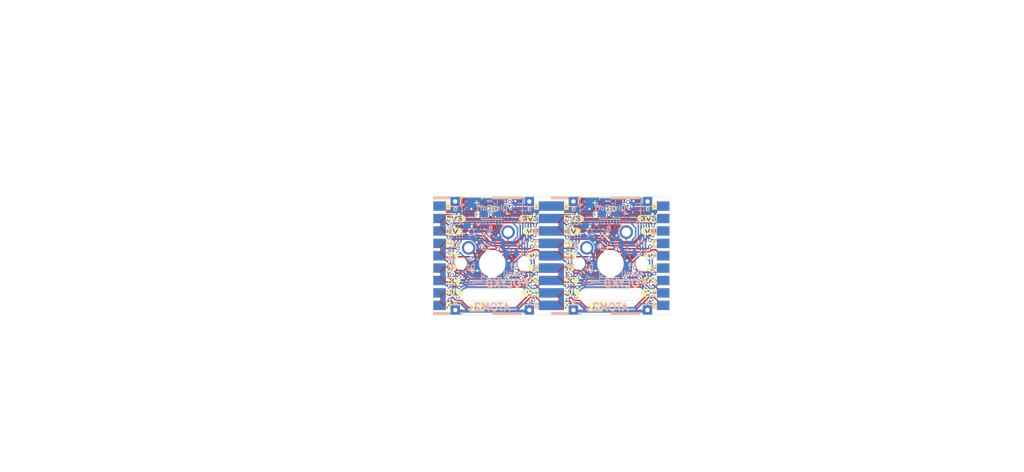
<source format=kicad_pcb>
(kicad_pcb (version 20211014) (generator pcbnew)
  (title_block (title "PolyKB Atom") (date "2022-02-01") (rev "2.1") (company "thpoll"))
  (layers (0 "F.Cu" signal) (31 "B.Cu" signal) (34 "B.Paste" user) (35 "F.Paste" user) (36 "B.SilkS" user "B.Silkscreen") (37 "F.SilkS" user "F.Silkscreen") (38 "B.Mask" user) (39 "F.Mask" user) (44 "Edge.Cuts" user))
  (net 0 "")
  (net 1 "/Keyboard/sheet605ED2EB/GND")
  (net 2 "/Keyboard/sheet605ED2EB/3V3")
  (net 3 "/Keyboard/sheet605ED2EB/4V2")
  (net 4 "Net-(C4-Pad1)")
  (net 5 "Net-(C5-Pad2)")
  (net 6 "Net-(C5-Pad1)")
  (net 7 "Net-(C6-Pad2)")
  (net 8 "Net-(C6-Pad1)")
  (net 9 "/Keyboard/sheet605ED2EB/CS")
  (net 10 "/Keyboard/sheet605ED2EB/RESET")
  (net 11 "/Keyboard/sheet605ED2EB/D-C")
  (net 12 "/Keyboard/sheet605ED2EB/SCLK")
  (net 13 "/Keyboard/sheet605ED2EB/SDIN")
  (net 14 "/Keyboard/sheet605ED2EB/LED_DIN")
  (net 15 "/Keyboard/sheet605ED2EB/5V")
  (net 16 "Net-(D1-Pad2)")
  (net 17 "/Keyboard/sheet605ED2EB/KeyRow")
  (net 18 "/Keyboard/sheet605ED2EB/KeyCol")
  (net 19 "CS8")
  (net 20 "CS7")
  (net 21 "CS6")
  (net 22 "CS5")
  (net 23 "CS4")
  (net 24 "CS3")
  (net 25 "CS2")
  (net 26 "CS1")
  (net 27 "Net-(C1-Pad1)")
  (footprint "poly_kb:AtomConnect2" (layer "F.Cu") (at 93.218 63.6778 -90)
    (fp_text reference "J3" hide)
    (fp_text value "WestFront")
  )
  (footprint "poly_kb:AtomConnect2" (layer "F.Cu") (at 110.236 63.6778 -90)
    (fp_text reference "J4" hide)
    (fp_text value "EastFront")
  )
  (footprint "poly_kb:WS2812B-Mini" (layer "F.Cu") (at 101.727 56.0578)
    (fp_text reference "LED1" hide)
    (fp_text value "LED")
  )
  (footprint "poly_kb:SW_Cherry_MX_1.00u_PCB_NoSilk" (layer "F.Cu") (at 104.267 59.8678)
    (fp_text reference "SW1" hide)
    (fp_text value "SW_Push")
  )
  (footprint "poly_kb:TestPoin_1.5x1.5mm_Drill0.7mm" (layer "F.Cu") (at 107.696 54.9148)
    (fp_text reference "J2" hide)
    (fp_text value "North")
  )
  (footprint "poly_kb:TestPoin_1.5x1.5mm_Drill0.7mm" (layer "F.Cu") (at 95.758 54.9148)
    (fp_text reference "J8" hide)
    (fp_text value "North2")
  )
  (footprint "poly_kb:TestPoin_1.5x1.5mm_Drill0.7mm" (layer "F.Cu") (at 107.696 72.4408)
    (fp_text reference "J9" hide)
    (fp_text value "South2")
  )
  (footprint "poly_kb:TestPoin_1.5x1.5mm_Drill0.7mm" (layer "F.Cu") (at 95.758 72.4408)
    (fp_text reference "J7" hide)
    (fp_text value "South")
  )
  (footprint "kibuzzard-61EFD908" (layer "F.Cu") (at 94.615 71.7042)
    (fp_text reference "kibuzzard-61EFD908" hide)
    (fp_text value "G***" hide)
  )
  (footprint "kibuzzard-61EFACF9" (layer "F.Cu") (at 126.4666 59.7154)
    (fp_text reference "kibuzzard-61EFACF9" hide)
    (fp_text value "G***" hide)
  )
  (footprint "kibuzzard-61EFD7F9" (layer "F.Cu") (at 127.4318 65.659)
    (fp_text reference "kibuzzard-61EFD7F9" hide)
    (fp_text value "G***" hide)
  )
  (footprint "kibuzzard-61EFDD1E" (layer "F.Cu") (at 99.441 71.9328)
    (fp_text reference "kibuzzard-61EFDD1E" hide)
    (fp_text value "G***" hide)
  )
  (footprint "kibuzzard-61EFBE87" (layer "F.Cu") (at 96.0374 59.7154)
    (fp_text reference "kibuzzard-61EFBE87" hide)
    (fp_text value "G***" hide)
  )
  (footprint "kibuzzard-61EFDAC6" (layer "F.Cu") (at 108.7882 61.6966)
    (fp_text reference "kibuzzard-61EFDAC6" hide)
    (fp_text value "G***" hide)
  )
  (footprint "kibuzzard-61EFABBF" (layer "F.Cu") (at 127.0762 67.691)
    (fp_text reference "kibuzzard-61EFABBF" hide)
    (fp_text value "G***" hide)
  )
  (footprint "kibuzzard-61EFBE2C" (layer "F.Cu") (at 95.4278 67.691)
    (fp_text reference "kibuzzard-61EFBE2C" hide)
    (fp_text value "G***" hide)
  )
  (footprint "kibuzzard-61EFDD1E" (layer "F.Cu") (at 118.491 71.9328)
    (fp_text reference "kibuzzard-61EFDD1E" hide)
    (fp_text value "G***" hide)
  )
  (footprint "kibuzzard-61EFBE21" (layer "F.Cu") (at 114.1222 65.659)
    (fp_text reference "kibuzzard-61EFBE21" hide)
    (fp_text value "G***" hide)
  )
  (footprint "kibuzzard-61EFDAA0" (layer "F.Cu") (at 114.0206 61.6966)
    (fp_text reference "kibuzzard-61EFDAA0" hide)
    (fp_text value "G***" hide)
  )
  (footprint "poly_kb:TestPoin_1.5x1.5mm_Drill0.7mm" (layer "F.Cu") (at 126.746 54.9148)
    (fp_text reference "J2" hide)
    (fp_text value "North")
  )
  (footprint "kibuzzard-61EFD947" (layer "F.Cu") (at 127.889 55.6514)
    (fp_text reference "kibuzzard-61EFD947" hide)
    (fp_text value "G***" hide)
  )
  (footprint "kibuzzard-61EFD947" (layer "F.Cu") (at 108.839 55.6514)
    (fp_text reference "kibuzzard-61EFD947" hide)
    (fp_text value "G***" hide)
  )
  (footprint "kibuzzard-61EFDAC6" (layer "F.Cu") (at 127.8382 61.6966)
    (fp_text reference "kibuzzard-61EFDAC6" hide)
    (fp_text value "G***" hide)
  )
  (footprint "kibuzzard-61EFBE3D" (layer "F.Cu") (at 114.5794 69.6722)
    (fp_text reference "kibuzzard-61EFBE3D" hide)
    (fp_text value "G***" hide)
  )
  (footprint "kibuzzard-61EFA8F1" (layer "F.Cu") (at 107.9246 69.6722)
    (fp_text reference "kibuzzard-61EFA8F1" hide)
    (fp_text value "G***" hide)
  )
  (footprint "kibuzzard-61EFBE2C" (layer "F.Cu") (at 114.4778 67.691)
    (fp_text reference "kibuzzard-61EFBE2C" hide)
    (fp_text value "G***" hide)
  )
  (footprint "kibuzzard-61EFD863" (layer "F.Cu") (at 126.6698 57.6834)
    (fp_text reference "kibuzzard-61EFD863" hide)
    (fp_text value "G***" hide)
  )
  (footprint "kibuzzard-61EFDAA0" (layer "F.Cu") (at 94.9706 61.6966)
    (fp_text reference "kibuzzard-61EFDAA0" hide)
    (fp_text value "G***" hide)
  )
  (footprint "poly_kb:TestPoin_1.5x1.5mm_Drill0.7mm" (layer "F.Cu") (at 114.808 54.9148)
    (fp_text reference "J8" hide)
    (fp_text value "North2")
  )
  (footprint "kibuzzard-61EFBE87" (layer "F.Cu") (at 115.0874 59.7154)
    (fp_text reference "kibuzzard-61EFBE87" hide)
    (fp_text value "G***" hide)
  )
  (footprint "poly_kb:SW_Cherry_MX_1.00u_PCB_NoSilk" (layer "F.Cu") (at 123.317 59.8678)
    (fp_text reference "SW1" hide)
    (fp_text value "SW_Push")
  )
  (footprint "kibuzzard-61EFD7F9" (layer "F.Cu") (at 108.3818 65.659)
    (fp_text reference "kibuzzard-61EFD7F9" hide)
    (fp_text value "G***" hide)
  )
  (footprint "kibuzzard-61EFD863" (layer "F.Cu") (at 107.6198 57.6834)
    (fp_text reference "kibuzzard-61EFD863" hide)
    (fp_text value "G***" hide)
  )
  (footprint "kibuzzard-61EFD908" (layer "F.Cu") (at 127.889 71.7042)
    (fp_text reference "kibuzzard-61EFD908" hide)
    (fp_text value "G***" hide)
  )
  (footprint "kibuzzard-61EFD879" (layer "F.Cu") (at 95.844 57.6906)
    (fp_text reference "kibuzzard-61EFD879" hide)
    (fp_text value "G***" hide)
  )
  (footprint "kibuzzard-61EFD908" (layer "F.Cu") (at 108.839 71.7042)
    (fp_text reference "kibuzzard-61EFD908" hide)
    (fp_text value "G***" hide)
  )
  (footprint "kibuzzard-61EFACF9" (layer "F.Cu") (at 107.4166 59.7154)
    (fp_text reference "kibuzzard-61EFACF9" hide)
    (fp_text value "G***" hide)
  )
  (footprint "poly_kb:AtomConnect2" (layer "F.Cu") (at 129.286 63.6778 -90)
    (fp_text reference "J4" hide)
    (fp_text value "EastFront")
  )
  (footprint "kibuzzard-61EFD879" (layer "F.Cu") (at 114.894 57.6906)
    (fp_text reference "kibuzzard-61EFD879" hide)
    (fp_text value "G***" hide)
  )
  (footprint "poly_kb:TestPoin_1.5x1.5mm_Drill0.7mm" (layer "F.Cu") (at 126.746 72.4408)
    (fp_text reference "J9" hide)
    (fp_text value "South2")
  )
  (footprint "kibuzzard-61EFD947" (layer "F.Cu") (at 113.665 55.6514)
    (fp_text reference "kibuzzard-61EFD947" hide)
    (fp_text value "G***" hide)
  )
  (footprint "kibuzzard-61EFDAEE" (layer "F.Cu") (at 95.254239 63.677507)
    (fp_text reference "kibuzzard-61EFDAEE" hide)
    (fp_text value "G***" hide)
  )
  (footprint "poly_kb:WS2812B-Mini" (layer "F.Cu") (at 120.777 56.0578)
    (fp_text reference "LED1" hide)
    (fp_text value "LED")
  )
  (footprint "kibuzzard-61EFBE21" (layer "F.Cu") (at 95.0722 65.659)
    (fp_text reference "kibuzzard-61EFBE21" hide)
    (fp_text value "G***" hide)
  )
  (footprint "kibuzzard-61EFABBF" (layer "F.Cu") (at 108.0262 67.691)
    (fp_text reference "kibuzzard-61EFABBF" hide)
    (fp_text value "G***" hide)
  )
  (footprint "kibuzzard-61EFD947" (layer "F.Cu") (at 94.615 55.6514)
    (fp_text reference "kibuzzard-61EFD947" hide)
    (fp_text value "G***" hide)
  )
  (footprint "poly_kb:TestPoin_1.5x1.5mm_Drill0.7mm" (layer "F.Cu") (at 114.808 72.4408)
    (fp_text reference "J7" hide)
    (fp_text value "South")
  )
  (footprint "kibuzzard-61EFBE3D" (layer "F.Cu") (at 95.5294 69.6722)
    (fp_text reference "kibuzzard-61EFBE3D" hide)
    (fp_text value "G***" hide)
  )
  (footprint "kibuzzard-61EFAA6D" (layer "F.Cu") (at 108.2294 63.6778)
    (fp_text reference "kibuzzard-61EFAA6D" hide)
    (fp_text value "G***" hide)
  )
  (footprint "poly_kb:AtomConnect2" (layer "F.Cu") (at 112.268 63.6778 -90)
    (fp_text reference "J3" hide)
    (fp_text value "WestFront")
  )
  (footprint "kibuzzard-61EFA8F1" (layer "F.Cu") (at 126.9746 69.6722)
    (fp_text reference "kibuzzard-61EFA8F1" hide)
    (fp_text value "G***" hide)
  )
  (footprint "kibuzzard-61EFDAEE" (layer "F.Cu") (at 114.304239 63.677507)
    (fp_text reference "kibuzzard-61EFDAEE" hide)
    (fp_text value "G***" hide)
  )
  (footprint "kibuzzard-61EFAA6D" (layer "F.Cu") (at 127.2794 63.6778)
    (fp_text reference "kibuzzard-61EFAA6D" hide)
    (fp_text value "G***" hide)
  )
  (footprint "kibuzzard-61EFD908" (layer "F.Cu") (at 113.665 71.7042)
    (fp_text reference "kibuzzard-61EFD908" hide)
    (fp_text value "G***" hide)
  )
  (footprint "Capacitor_SMD:C_0603_1608Metric" (layer "B.Cu") (at 104.802 63.2528 180)
    (fp_text reference "C1")
    (fp_text value "2.2uF")
  )
  (footprint "Capacitor_SMD:C_0603_1608Metric" (layer "B.Cu") (at 97.409 59.8046 90)
    (fp_text reference "C2")
    (fp_text value "2.2uF")
  )
  (footprint "Capacitor_SMD:C_0402_1005Metric" (layer "B.Cu") (at 95.123 56.9468 90)
    (fp_text reference "C3" hide)
    (fp_text value "1uF")
  )
  (footprint "Capacitor_SMD:C_0603_1608Metric" (layer "B.Cu") (at 104.302 61.7528 180)
    (fp_text reference "C4")
    (fp_text value "4.7uF")
  )
  (footprint "Capacitor_SMD:C_0402_1005Metric" (layer "B.Cu") (at 99.4918 60.0176 90)
    (fp_text reference "C5")
    (fp_text value "1uF")
  )
  (footprint "Capacitor_SMD:C_0402_1005Metric" (layer "B.Cu") (at 100.457 61.3918)
    (fp_text reference "C6")
    (fp_text value "1uF")
  )
  (footprint "poly_kb:D_SOD-323Ext" (layer "B.Cu") (at 98.425 66.9528 180)
    (fp_text reference "D1")
    (fp_text value "D_Small")
  )
  (footprint "poly_kb:FPC_16_JUSHUO_AFC05_S16FIA_00" (layer "B.Cu") (at 101.727 57.9628)
    (fp_text reference "J1" hide)
    (fp_text value "Conn_01x16")
  )
  (footprint "poly_kb:AtomConnect2" (layer "B.Cu") (at 110.236 63.6778 -90)
    (fp_text reference "J6" hide)
    (fp_text value "EastBack")
  )
  (footprint "poly_kb:AtomConnectCS" (layer "B.Cu") (at 93.218 63.6778 -90)
    (fp_text reference "J5" hide)
    (fp_text value "WestBack")
  )
  (footprint "poly_kb:AtomConnectCS" (layer "B.Cu") (at 112.268 63.6778 -90)
    (fp_text reference "J5" hide)
    (fp_text value "WestBack")
  )
  (footprint "poly_kb:AtomConnect2" (layer "B.Cu") (at 129.286 63.6778 -90)
    (fp_text reference "J6" hide)
    (fp_text value "EastBack")
  )
  (footprint "Capacitor_SMD:C_0603_1608Metric" (layer "B.Cu") (at 123.852 63.2528 180)
    (fp_text reference "C1")
    (fp_text value "2.2uF")
  )
  (footprint "Capacitor_SMD:C_0603_1608Metric" (layer "B.Cu") (at 116.459 59.8046 90)
    (fp_text reference "C2")
    (fp_text value "2.2uF")
  )
  (footprint "poly_kb:D_SOD-323Ext" (layer "B.Cu") (at 117.475 66.9528 180)
    (fp_text reference "D1")
    (fp_text value "D_Small")
  )
  (footprint "poly_kb:FPC_16_JUSHUO_AFC05_S16FIA_00" (layer "B.Cu") (at 120.777 57.9628)
    (fp_text reference "J1" hide)
    (fp_text value "Conn_01x16")
  )
  (footprint "Resistor_SMD:R_0402_1005Metric" (layer "B.Cu") (at 95.602 60.3906 -90)
    (fp_text reference "R1")
    (fp_text value "1M")
  )
  (footprint "Capacitor_SMD:C_0402_1005Metric" (layer "B.Cu") (at 114.173 56.9468 90)
    (fp_text reference "C3" hide)
    (fp_text value "1uF")
  )
  (footprint "Capacitor_SMD:C_0402_1005Metric" (layer "B.Cu") (at 118.5418 60.0176 90)
    (fp_text reference "C5")
    (fp_text value "1uF")
  )
  (footprint "Capacitor_SMD:C_0402_1005Metric" (layer "B.Cu") (at 119.507 61.3918)
    (fp_text reference "C6")
    (fp_text value "1uF")
  )
  (footprint "Resistor_SMD:R_0402_1005Metric" (layer "B.Cu") (at 114.652 60.3906 -90)
    (fp_text reference "R1")
    (fp_text value "1M")
  )
  (footprint "Capacitor_SMD:C_0603_1608Metric" (layer "B.Cu") (at 123.352 61.7528 180)
    (fp_text reference "C4")
    (fp_text value "4.7uF")
  )
  (gr_poly (pts (xy 106.4895 73.2282) (xy 101.727 73.2282) (xy 101.727 72.7964) (xy 106.4895 72.7964)) (layer "B.SilkS") (width 0) (fill solid))
  (gr_poly (pts (xy 94.9706 54.5608) (xy 92.1766 54.5608) (xy 92.1766 54.1274) (xy 94.9706 54.1274)) (layer "B.SilkS") (width 0) (fill solid))
  (gr_poly (pts (xy 96.9645 54.5608) (xy 96.5454 54.5608) (xy 96.5454 54.1274) (xy 96.9645 54.1274)) (layer "B.SilkS") (width 0) (fill solid))
  (gr_poly (pts (xy 96.9645 73.2282) (xy 96.5454 73.2282) (xy 96.5454 72.8091) (xy 96.9645 72.8091)) (layer "B.SilkS") (width 0) (fill solid))
  (gr_poly (pts (xy 94.9706 73.2282) (xy 92.202 73.2282) (xy 92.202 72.788864) (xy 94.9706 72.788864)) (layer "B.SilkS") (width 0) (fill solid))
  (gr_line (start 108.839 55.3466) (end 108.839 55.7022) (layer "B.SilkS") (width 0.12))
  (gr_line (start 122.727 58.7528) (end 122.552 58.4778) (layer "B.SilkS") (width 0.12))
  (gr_line (start 95.123 63.4238) (end 95.123 59.3598) (layer "B.SilkS") (width 0.12))
  (gr_line (start 114.173 65.9638) (end 114.173 69.5198) (layer "B.SilkS") (width 0.12))
  (gr_line (start 122.552 58.4778) (end 122.552 58.9278) (layer "B.SilkS") (width 0.12))
  (gr_line (start 114.173 63.4238) (end 114.173 59.3598) (layer "B.SilkS") (width 0.12))
  (gr_line (start 113.665 62.6618) (end 114.173 62.6618) (layer "B.SilkS") (width 0.12))
  (gr_line (start 113.6142 56.007) (end 113.7158 56.007) (layer "B.SilkS") (width 0.12))
  (gr_line (start 113.665 55.7022) (end 113.919 55.7022) (layer "B.SilkS") (width 0.12))
  (gr_line (start 103.502 58.4778) (end 103.502 58.9278) (layer "B.SilkS") (width 0.12))
  (gr_line (start 94.615 66.7258) (end 95.123 66.7258) (layer "B.SilkS") (width 0.12))
  (gr_line (start 103.327 58.7528) (end 103.677 58.7528) (layer "B.SilkS") (width 0.12))
  (gr_line (start 94.615 55.3466) (end 94.615 55.7022) (layer "B.SilkS") (width 0.12))
  (gr_line (start 95.123 69.5198) (end 94.615 70.0278) (layer "B.SilkS") (width 0.12))
  (gr_line (start 94.615 55.7022) (end 94.361 55.7022) (layer "B.SilkS") (width 0.12))
  (gr_line (start 127.7366 55.8546) (end 128.0414 55.8546) (layer "B.SilkS") (width 0.12))
  (gr_line (start 99.302 58.7528) (end 99.652 58.7528) (layer "B.SilkS") (width 0.12))
  (gr_line (start 122.552 58.4778) (end 122.377 58.7528) (layer "B.SilkS") (width 0.12))
  (gr_line (start 113.5126 55.8546) (end 113.8174 55.8546) (layer "B.SilkS") (width 0.12))
  (gr_line (start 127.889 55.7022) (end 128.143 55.7022) (layer "B.SilkS") (width 0.12))
  (gr_line (start 118.527 58.4778) (end 118.352 58.7528) (layer "B.SilkS") (width 0.12))
  (gr_line (start 108.7882 56.007) (end 108.8898 56.007) (layer "B.SilkS") (width 0.12))
  (gr_line (start 94.615 55.7022) (end 94.869 55.7022) (layer "B.SilkS") (width 0.12))
  (gr_line (start 99.402 58.7028) (end 99.552 58.7028) (layer "B.SilkS") (width 0.12))
  (gr_line (start 103.427 58.7028) (end 103.577 58.7028) (layer "B.SilkS") (width 0.12))
  (gr_line (start 114.173 69.5198) (end 113.665 70.0278) (layer "B.SilkS") (width 0.12))
  (gr_line (start 120.527 58.6528) (end 120.527 58.4778) (layer "B.SilkS") (width 0.12))
  (gr_line (start 99.477 58.4778) (end 99.302 58.7528) (layer "B.SilkS") (width 0.12))
  (gr_line (start 118.452 58.7028) (end 118.602 58.7028) (layer "B.SilkS") (width 0.12))
  (gr_poly (pts (xy 114.0206 73.2282) (xy 111.252 73.2282) (xy 111.252 72.788864) (xy 114.0206 72.788864)) (layer "B.SilkS") (width 0) (fill solid))
  (gr_line (start 103.677 58.7528) (end 103.502 58.4778) (layer "B.SilkS") (width 0.12))
  (gr_line (start 108.839 55.7022) (end 109.093 55.7022) (layer "B.SilkS") (width 0.12))
  (gr_line (start 108.839 55.7022) (end 108.585 55.7022) (layer "B.SilkS") (width 0.12))
  (gr_line (start 122.477 58.7028) (end 122.627 58.7028) (layer "B.SilkS") (width 0.12))
  (gr_poly (pts (xy 106.4895 54.5608) (xy 101.727 54.5608) (xy 101.727 54.1274) (xy 106.4895 54.1274)) (layer "B.SilkS") (width 0) (fill solid))
  (gr_poly (pts (xy 116.0145 54.5608) (xy 115.5954 54.5608) (xy 115.5954 54.1274) (xy 116.0145 54.1274)) (layer "B.SilkS") (width 0) (fill solid))
  (gr_line (start 94.4626 55.8546) (end 94.7674 55.8546) (layer "B.SilkS") (width 0.12))
  (gr_line (start 118.702 58.7528) (end 118.527 58.4778) (layer "B.SilkS") (width 0.12))
  (gr_line (start 113.665 55.7022) (end 113.411 55.7022) (layer "B.SilkS") (width 0.12))
  (gr_line (start 118.527 58.4778) (end 118.527 58.9278) (layer "B.SilkS") (width 0.12))
  (gr_line (start 94.615 62.6618) (end 95.123 62.6618) (layer "B.SilkS") (width 0.12))
  (gr_poly (pts (xy 114.0206 54.5608) (xy 111.2266 54.5608) (xy 111.2266 54.1274) (xy 114.0206 54.1274)) (layer "B.SilkS") (width 0) (fill solid))
  (gr_line (start 127.8382 56.007) (end 127.9398 56.007) (layer "B.SilkS") (width 0.12))
  (gr_line (start 122.377 58.7528) (end 122.727 58.7528) (layer "B.SilkS") (width 0.12))
  (gr_line (start 99.652 58.7528) (end 99.477 58.4778) (layer "B.SilkS") (width 0.12))
  (gr_poly (pts (xy 125.5395 54.5608) (xy 120.777 54.5608) (xy 120.777 54.1274) (xy 125.5395 54.1274)) (layer "B.SilkS") (width 0) (fill solid))
  (gr_line (start 95.123 65.9638) (end 95.123 69.5198) (layer "B.SilkS") (width 0.12))
  (gr_line (start 103.502 58.4778) (end 103.327 58.7528) (layer "B.SilkS") (width 0.12))
  (gr_line (start 101.477 58.6528) (end 101.477 58.4778) (layer "B.SilkS") (width 0.12))
  (gr_poly (pts (xy 116.0145 73.2282) (xy 115.5954 73.2282) (xy 115.5954 72.8091) (xy 116.0145 72.8091)) (layer "B.SilkS") (width 0) (fill solid))
  (gr_line (start 95.123 59.3598) (end 94.615 58.8518) (layer "B.SilkS") (width 0.12))
  (gr_line (start 113.665 55.3466) (end 113.665 55.7022) (layer "B.SilkS") (width 0.12))
  (gr_line (start 113.665 66.7258) (end 114.173 66.7258) (layer "B.SilkS") (width 0.12))
  (gr_line (start 118.352 58.7528) (end 118.702 58.7528) (layer "B.SilkS") (width 0.12))
  (gr_poly (pts (xy 125.5395 73.2282) (xy 120.777 73.2282) (xy 120.777 72.7964) (xy 125.5395 72.7964)) (layer "B.SilkS") (width 0) (fill solid))
  (gr_line (start 127.889 55.7022) (end 127.635 55.7022) (layer "B.SilkS") (width 0.12))
  (gr_line (start 114.173 59.3598) (end 113.665 58.8518) (layer "B.SilkS") (width 0.12))
  (gr_line (start 108.6866 55.8546) (end 108.9914 55.8546) (layer "B.SilkS") (width 0.12))
  (gr_line (start 99.477 58.4778) (end 99.477 58.9278) (layer "B.SilkS") (width 0.12))
  (gr_line (start 127.889 55.3466) (end 127.889 55.7022) (layer "B.SilkS") (width 0.12))
  (gr_line (start 94.5642 56.007) (end 94.6658 56.007) (layer "B.SilkS") (width 0.12))
  (gr_poly (pts (xy 106.4895 54.5608) (xy 101.727 54.5608) (xy 101.727 54.1274) (xy 106.4895 54.1274)) (layer "F.SilkS") (width 0) (fill solid))
  (gr_line (start 94.7928 59.2582) (end 94.7928 59.309) (layer "F.SilkS") (width 0.12))
  (gr_line (start 108.2294 59.2074) (end 108.2294 60.2234) (layer "F.SilkS") (width 0.135))
  (gr_line (start 114.0968 59.309) (end 114.0968 59.2074) (layer "F.SilkS") (width 0.12))
  (gr_poly (pts (xy 116.0145 73.2282) (xy 115.5954 73.2282) (xy 115.5954 72.8218) (xy 116.0145 72.8218)) (layer "F.SilkS") (width 0) (fill solid))
  (gr_line (start 114.046 59.7662) (end 113.5888 59.7662) (layer "F.SilkS") (width 0.12))
  (gr_line (start 109.1438 59.2074) (end 109.1438 60.2234) (layer "F.SilkS") (width 0.135))
  (gr_line (start 108.712 59.309) (end 108.6612 59.309) (layer "F.SilkS") (width 0.12))
  (gr_line (start 108.712 59.2582) (end 108.712 59.309) (layer "F.SilkS") (width 0.12))
  (gr_line (start 127.2286 59.2074) (end 128.1938 59.2074) (layer "F.SilkS") (width 0.135))
  (gr_line (start 127.7112 59.309) (end 127.7112 59.2582) (layer "F.SilkS") (width 0.12))
  (gr_line (start 113.8428 59.2582) (end 113.8428 59.309) (layer "F.SilkS") (width 0.12))
  (gr_line (start 114.2492 59.309) (end 114.0968 59.309) (layer "F.SilkS") (width 0.12))
  (gr_line (start 95.0468 59.309) (end 95.0468 59.2074) (layer "F.SilkS") (width 0.12))
  (gr_line (start 108.4072 59.309) (end 108.4072 59.2074) (layer "F.SilkS") (width 0.12))
  (gr_line (start 114.3254 60.2234) (end 113.3602 60.2234) (layer "F.SilkS") (width 0.135))
  (gr_line (start 113.538 59.309) (end 113.538 59.2074) (layer "F.SilkS") (width 0.12))
  (gr_line (start 94.3102 59.2074) (end 95.2754 59.2074) (layer "F.SilkS") (width 0.135))
  (gr_line (start 114.2746 59.2074) (end 114.2746 60.2234) (layer "F.SilkS") (width 0.135))
  (gr_line (start 128.016 59.309) (end 128.016 59.2074) (layer "F.SilkS") (width 0.12))
  (gr_line (start 94.742 59.309) (end 94.742 59.2582) (layer "F.SilkS") (width 0.12))
  (gr_line (start 95.1992 59.309) (end 95.0468 59.309) (layer "F.SilkS") (width 0.12))
  (gr_line (start 113.5888 59.563) (end 114.046 59.563) (layer "F.SilkS") (width 0.12))
  (gr_line (start 127.762 59.2582) (end 127.762 59.309) (layer "F.SilkS") (width 0.12))
  (gr_poly (pts (xy 114.0206 54.5608) (xy 111.2266 54.5608) (xy 111.2266 54.1274) (xy 114.0206 54.1274)) (layer "F.SilkS") (width 0) (fill solid))
  (gr_line (start 113.5888 59.9694) (end 114.046 59.9694) (layer "F.SilkS") (width 0.12))
  (gr_line (start 95.2754 60.2234) (end 94.3102 60.2234) (layer "F.SilkS") (width 0.135))
  (gr_line (start 128.1938 59.2074) (end 128.1938 60.2234) (layer "F.SilkS") (width 0.135))
  (gr_line (start 127.9652 59.7662) (end 127.508 59.7662) (layer "F.SilkS") (width 0.12))
  (gr_line (start 127.3302 59.309) (end 127.4572 59.309) (layer "F.SilkS") (width 0.12))
  (gr_line (start 94.361 59.309) (end 94.488 59.309) (layer "F.SilkS") (width 0.12))
  (gr_line (start 128.1684 59.309) (end 128.016 59.309) (layer "F.SilkS") (width 0.12))
  (gr_line (start 113.411 59.309) (end 113.538 59.309) (layer "F.SilkS") (width 0.12))
  (gr_line (start 108.458 59.563) (end 108.9152 59.563) (layer "F.SilkS") (width 0.12))
  (gr_line (start 94.3102 59.2074) (end 94.3102 60.2234) (layer "F.SilkS") (width 0.135))
  (gr_line (start 109.1184 59.309) (end 108.966 59.309) (layer "F.SilkS") (width 0.12))
  (gr_poly (pts (xy 96.9645 54.5608) (xy 96.5454 54.5608) (xy 96.5454 54.1274) (xy 96.9645 54.1274)) (layer "F.SilkS") (width 0) (fill solid))
  (gr_line (start 127.508 59.9694) (end 127.9652 59.9694) (layer "F.SilkS") (width 0.12))
  (gr_poly (pts (xy 114.0206 73.2282) (xy 111.2266 73.2282) (xy 111.2266 72.8218) (xy 114.0206 72.8218)) (layer "F.SilkS") (width 0) (fill solid))
  (gr_poly (pts (xy 116.0145 54.5608) (xy 115.5954 54.5608) (xy 115.5954 54.1274) (xy 116.0145 54.1274)) (layer "F.SilkS") (width 0) (fill solid))
  (gr_line (start 94.5388 59.563) (end 94.996 59.563) (layer "F.SilkS") (width 0.12))
  (gr_line (start 94.5388 59.9694) (end 94.996 59.9694) (layer "F.SilkS") (width 0.12))
  (gr_poly (pts (xy 125.5395 73.2282) (xy 120.777 73.2282) (xy 120.777 72.8218) (xy 125.5395 72.8218)) (layer "F.SilkS") (width 0) (fill solid))
  (gr_line (start 113.792 59.309) (end 113.792 59.2582) (layer "F.SilkS") (width 0.12))
  (gr_poly (pts (xy 94.9706 54.5608) (xy 92.1766 54.5608) (xy 92.1766 54.1274) (xy 94.9706 54.1274)) (layer "F.SilkS") (width 0) (fill solid))
  (gr_line (start 108.9152 59.7662) (end 108.458 59.7662) (layer "F.SilkS") (width 0.12))
  (gr_line (start 127.2794 59.2074) (end 127.2794 60.2234) (layer "F.SilkS") (width 0.135))
  (gr_line (start 127.762 59.309) (end 127.7112 59.309) (layer "F.SilkS") (width 0.12))
  (gr_line (start 108.966 59.309) (end 108.966 59.2074) (layer "F.SilkS") (width 0.12))
  (gr_line (start 94.7928 59.309) (end 94.742 59.309) (layer "F.SilkS") (width 0.12))
  (gr_line (start 113.3602 59.2074) (end 113.3602 60.2234) (layer "F.SilkS") (width 0.135))
  (gr_line (start 109.1438 60.2234) (end 108.1786 60.2234) (layer "F.SilkS") (width 0.135))
  (gr_line (start 127.4572 59.309) (end 127.4572 59.2074) (layer "F.SilkS") (width 0.12))
  (gr_line (start 113.8428 59.309) (end 113.792 59.309) (layer "F.SilkS") (width 0.12))
  (gr_line (start 108.2802 59.309) (end 108.4072 59.309) (layer "F.SilkS") (width 0.12))
  (gr_line (start 94.996 59.7662) (end 94.5388 59.7662) (layer "F.SilkS") (width 0.12))
  (gr_line (start 127.508 59.563) (end 127.9652 59.563) (layer "F.SilkS") (width 0.12))
  (gr_poly (pts (xy 96.9645 73.2282) (xy 96.5454 73.2282) (xy 96.5454 72.8218) (xy 96.9645 72.8218)) (layer "F.SilkS") (width 0) (fill solid))
  (gr_line (start 94.488 59.309) (end 94.488 59.2074) (layer "F.SilkS") (width 0.12))
  (gr_poly (pts (xy 106.4895 73.2282) (xy 101.727 73.2282) (xy 101.727 72.8218) (xy 106.4895 72.8218)) (layer "F.SilkS") (width 0) (fill solid))
  (gr_line (start 108.458 59.9694) (end 108.9152 59.9694) (layer "F.SilkS") (width 0.12))
  (gr_line (start 95.2246 59.2074) (end 95.2246 60.2234) (layer "F.SilkS") (width 0.135))
  (gr_line (start 113.3602 59.2074) (end 114.3254 59.2074) (layer "F.SilkS") (width 0.135))
  (gr_line (start 128.1938 60.2234) (end 127.2286 60.2234) (layer "F.SilkS") (width 0.135))
  (gr_line (start 108.6612 59.309) (end 108.6612 59.2582) (layer "F.SilkS") (width 0.12))
  (gr_line (start 108.1786 59.2074) (end 109.1438 59.2074) (layer "F.SilkS") (width 0.135))
  (gr_poly (pts (xy 125.5395 54.5608) (xy 120.777 54.5608) (xy 120.777 54.1274) (xy 125.5395 54.1274)) (layer "F.SilkS") (width 0) (fill solid))
  (gr_poly (pts (xy 94.9706 73.2282) (xy 92.1766 73.2282) (xy 92.1766 72.8218) (xy 94.9706 72.8218)) (layer "F.SilkS") (width 0) (fill solid))
  (gr_line (start 111.252 54.1528) (end 92.202 54.1528) (layer "Edge.Cuts") (width 0.05))
  (gr_line (start 92.202 54.1528) (end 92.202 73.2028) (layer "Edge.Cuts") (width 0.05))
  (gr_line (start 111.252 73.2028) (end 92.202 73.2028) (layer "Edge.Cuts") (width 0.05))
  (gr_arc (start 124.768 69.1388) (mid 125.657 70.0278) (end 124.768 70.9168) (layer "Edge.Cuts") (width 0.05))
  (gr_arc (start 105.718 69.1388) (mid 106.607 70.0278) (end 105.718 70.9168) (layer "Edge.Cuts") (width 0.05))
  (gr_line (start 124.768 69.1388) (end 116.786 69.1388) (layer "Edge.Cuts") (width 0.05))
  (gr_line (start 130.302 73.2028) (end 111.252 73.2028) (layer "Edge.Cuts") (width 0.05))
  (gr_line (start 105.718 69.1388) (end 97.736 69.1388) (layer "Edge.Cuts") (width 0.05))
  (gr_arc (start 97.736 70.9168) (mid 96.847 70.0278) (end 97.736 69.1388) (layer "Edge.Cuts") (width 0.05))
  (gr_line (start 105.718 70.9168) (end 97.736 70.9168) (layer "Edge.Cuts") (width 0.05))
  (gr_arc (start 116.786 70.9168) (mid 115.897 70.0278) (end 116.786 69.1388) (layer "Edge.Cuts") (width 0.05))
  (gr_line (start 124.768 70.9168) (end 116.786 70.9168) (layer "Edge.Cuts") (width 0.05))
  (gr_line (start 130.302 54.1528) (end 130.302 73.2028) (layer "Edge.Cuts") (width 0.05))
  (gr_line (start 130.302 54.1528) (end 111.252 54.1528) (layer "Edge.Cuts") (width 0.05))
  (gr_text "ATOM2" (at 101.7778 71.9963) (layer "B.SilkS") (effects (font (size 1.2 1.2) (thickness 0.3) italic) (justify mirror)))
  (gr_text "1" (at 108.839 57.7088) (layer "B.SilkS") (effects (font (size 0.8 0.8) (thickness 0.153)) (justify mirror)))
  (gr_text "c" (at 95.7834 71.12) (layer "B.SilkS") (effects (font (size 0.8 0.8) (thickness 0.153)) (justify mirror)))
  (gr_text "c" (at 107.7214 71.1454) (layer "B.SilkS") (effects (font (size 0.8 0.8) (thickness 0.153)) (justify mirror)))
  (gr_text "c" (at 95.7834 56.0578) (layer "B.SilkS") (effects (font (size 0.8 0.8) (thickness 0.153)) (justify mirror)))
  (gr_text ".1" (at 98.5012 72.2503) (layer "B.SilkS") (effects (font (size 0.8 0.8) (thickness 0.153)) (justify mirror)))
  (gr_text "POLYKB" (at 123.19 68.1482) (layer "B.SilkS") (effects (font (size 1.2 1.2) (thickness 0.3) italic) (justify mirror)))
  (gr_text "4" (at 108.839 63.741299) (layer "B.SilkS") (effects (font (size 0.8 0.8) (thickness 0.153)) (justify mirror)))
  (gr_text "POLYKB" (at 104.14 68.1482) (layer "B.SilkS") (effects (font (size 1.2 1.2) (thickness 0.3) italic) (justify mirror)))
  (gr_text "c" (at 126.7714 56.0578) (layer "B.SilkS") (effects (font (size 0.8 0.8) (thickness 0.153)) (justify mirror)))
  (gr_text "ATOM2" (at 120.8278 71.9963) (layer "B.SilkS") (effects (font (size 1.2 1.2) (thickness 0.3) italic) (justify mirror)))
  (gr_text "." (at 100.302 66.5028) (layer "B.SilkS") (effects (font (size 1.2 1.2) (thickness 0.25)) (justify mirror)))
  (gr_text "4" (at 127.889 63.741299) (layer "B.SilkS") (effects (font (size 0.8 0.8) (thickness 0.153)) (justify mirror)))
  (gr_text "2" (at 108.839 59.719633) (layer "B.SilkS") (effects (font (size 0.8 0.8) (thickness 0.153)) (justify mirror)))
  (gr_text "2" (at 127.889 59.719633) (layer "B.SilkS") (effects (font (size 0.8 0.8) (thickness 0.153)) (justify mirror)))
  (gr_text "1" (at 127.889 57.7088) (layer "B.SilkS") (effects (font (size 0.8 0.8) (thickness 0.153)) (justify mirror)))
  (gr_text "c" (at 126.7714 71.1454) (layer "B.SilkS") (effects (font (size 0.8 0.8) (thickness 0.153)) (justify mirror)))
  (gr_text "5" (at 108.839 65.752132) (layer "B.SilkS") (effects (font (size 0.8 0.8) (thickness 0.153)) (justify mirror)))
  (gr_text "6" (at 108.839 67.762965) (layer "B.SilkS") (effects (font (size 0.8 0.8) (thickness 0.153)) (justify mirror)))
  (gr_text "by\nthpoll" (at 105.156 65.8368) (layer "B.SilkS") (effects (font (size 0.8 0.8)) (justify mirror)))
  (gr_text "8" (at 101.477 59.3278) (layer "B.SilkS") (effects (font (size 0.8 0.8) (thickness 0.153)) (justify mirror)))
  (gr_text "c" (at 114.8334 71.12) (layer "B.SilkS") (effects (font (size 0.8 0.8) (thickness 0.153)) (justify mirror)))
  (gr_text "DispPort" (at 120.7262 55.9562) (layer "B.SilkS") (effects (font (size 0.8 0.8) (thickness 0.153)) (justify mirror)))
  (gr_text "CS" (at 114.173 64.6938 270) (layer "B.SilkS") (effects (font (size 1 1.2) (thickness 0.25)) (justify mirror)))
  (gr_text "16" (at 106.527 58.2778) (layer "B.SilkS") (effects (font (size 0.8 0.8) (thickness 0.153)) (justify mirror)))
  (gr_text "16" (at 125.577 58.2778) (layer "B.SilkS") (effects (font (size 0.8 0.8) (thickness 0.153)) (justify mirror)))
  (gr_text "C3" (at 95.952 58.3278) (layer "B.SilkS") (effects (font (size 0.8 0.8)) (justify mirror)))
  (gr_text "5" (at 127.889 65.752132) (layer "B.SilkS") (effects (font (size 0.8 0.8) (thickness 0.153)) (justify mirror)))
  (gr_text "8" (at 120.527 59.3278) (layer "B.SilkS") (effects (font (size 0.8 0.8) (thickness 0.153)) (justify mirror)))
  (gr_text "c" (at 107.7214 56.0578) (layer "B.SilkS") (effects (font (size 0.8 0.8) (thickness 0.153)) (justify mirror)))
  (gr_text "by\nthpoll" (at 124.206 65.8368) (layer "B.SilkS") (effects (font (size 0.8 0.8)) (justify mirror)))
  (gr_text "DispPort" (at 101.6762 55.9562) (layer "B.SilkS") (effects (font (size 0.8 0.8) (thickness 0.153)) (justify mirror)))
  (gr_text "." (at 119.352 66.5028) (layer "B.SilkS") (effects (font (size 1.2 1.2) (thickness 0.25)) (justify mirror)))
  (gr_text "C3" (at 115.002 58.3278) (layer "B.SilkS") (effects (font (size 0.8 0.8)) (justify mirror)))
  (gr_text "6" (at 127.889 67.762965) (layer "B.SilkS") (effects (font (size 0.8 0.8) (thickness 0.153)) (justify mirror)))
  (gr_text "7" (at 127.889 69.7738) (layer "B.SilkS") (effects (font (size 0.8 0.8) (thickness 0.153)) (justify mirror)))
  (gr_text ".1" (at 117.5512 72.2503) (layer "B.SilkS") (effects (font (size 0.8 0.8) (thickness 0.153)) (justify mirror)))
  (gr_text "3" (at 108.839 61.730466) (layer "B.SilkS") (effects (font (size 0.8 0.8) (thickness 0.153)) (justify mirror)))
  (gr_text "c" (at 114.8334 56.0578) (layer "B.SilkS") (effects (font (size 0.8 0.8) (thickness 0.153)) (justify mirror)))
  (gr_text "CS" (at 95.123 64.6938 270) (layer "B.SilkS") (effects (font (size 1 1.2) (thickness 0.25)) (justify mirror)))
  (gr_text "." (at 97.352 57.5278) (layer "B.SilkS") (effects (font (size 1.2 1.2) (thickness 0.25)) (justify mirror)))
  (gr_text "3" (at 127.889 61.730466) (layer "B.SilkS") (effects (font (size 0.8 0.8) (thickness 0.153)) (justify mirror)))
  (gr_text "8" (at 127.889 71.755) (layer "B.SilkS") (effects (font (size 0.8 0.8) (thickness 0.153)) (justify mirror)))
  (gr_text "8" (at 108.839 71.755) (layer "B.SilkS") (effects (font (size 0.8 0.8) (thickness 0.153)) (justify mirror)))
  (gr_text "7" (at 108.839 69.7738) (layer "B.SilkS") (effects (font (size 0.8 0.8) (thickness 0.153)) (justify mirror)))
  (gr_text "." (at 116.402 57.5278) (layer "B.SilkS") (effects (font (size 1.2 1.2) (thickness 0.25)) (justify mirror)))
  (gr_text "c" (at 95.7326 71.0946) (layer "F.SilkS") (effects (font (size 0.8 0.8) (thickness 0.153))))
  (gr_text "c" (at 107.7214 56.0578) (layer "F.SilkS") (effects (font (size 0.8 0.8) (thickness 0.153))))
  (gr_text "c" (at 107.6706 71.1454) (layer "F.SilkS") (effects (font (size 0.8 0.8) (thickness 0.153))))
  (gr_text "c" (at 114.7826 71.0946) (layer "F.SilkS") (effects (font (size 0.8 0.8) (thickness 0.153))))
  (gr_text "c" (at 126.7206 71.1454) (layer "F.SilkS") (effects (font (size 0.8 0.8) (thickness 0.153))))
  (gr_text "D" (at 121.3612 56.134) (layer "F.SilkS") (effects (font (size 0.8 0.8))))
  (gr_text "E" (at 120.777 56.134) (layer "F.SilkS") (effects (font (size 0.8 0.8))))
  (gr_text "L" (at 120.1928 56.134) (layer "F.SilkS") (effects (font (size 0.8 0.8))))
  (gr_text "E" (at 101.727 56.134) (layer "F.SilkS") (effects (font (size 0.8 0.8))))
  (gr_text "c" (at 126.7714 56.0578) (layer "F.SilkS") (effects (font (size 0.8 0.8) (thickness 0.153))))
  (gr_text "D" (at 102.3112 56.134) (layer "F.SilkS") (effects (font (size 0.8 0.8))))
  (gr_text "L" (at 101.1428 56.134) (layer "F.SilkS") (effects (font (size 0.8 0.8))))
  (gr_text "c" (at 95.7834 56.0578) (layer "F.SilkS") (effects (font (size 0.8 0.8) (thickness 0.153))))
  (gr_text "c" (at 114.8334 56.0578) (layer "F.SilkS") (effects (font (size 0.8 0.8) (thickness 0.153))))
  (segment (start 116.690496 56.824825) (end 117.39306 56.122261) (width 0.5) (layer "F.Cu") (net 1))
  (segment (start 98.407521 56.0578) (end 98.34306 56.122261) (width 0.5) (layer "F.Cu") (net 1))
  (segment (start 101.092 56.0578) (end 98.407521 56.0578) (width 0.5) (layer "F.Cu") (net 1))
  (segment (start 95.662917 58.91646) (end 95.585745 58.993632) (width 0.2921) (layer "F.Cu") (net 1))
  (segment (start 120.540858 56.0578) (end 121.631996 57.148938) (width 0.5) (layer "F.Cu") (net 1))
  (segment (start 120.142 56.0578) (end 117.457521 56.0578) (width 0.5) (layer "F.Cu") (net 1))
  (segment (start 101.490858 56.0578) (end 102.581996 57.148938) (width 0.5) (layer "F.Cu") (net 1))
  (segment (start 117.455358 58.91646) (end 120.26566 58.91646) (width 0.2921) (layer "F.Cu") (net 1))
  (segment (start 115.553206 56.824825) (end 116.690496 56.824825) (width 0.5) (layer "F.Cu") (net 1))
  (segment (start 117.455358 58.91646) (end 114.712917 58.91646) (width 0.2921) (layer "F.Cu") (net 1))
  (segment (start 98.405358 58.91646) (end 95.662917 58.91646) (width 0.2921) (layer "F.Cu") (net 1))
  (segment (start 102.581996 57.148938) (end 108.305862 57.148938) (width 0.5) (layer "F.Cu") (net 1))
  (segment (start 101.092 56.0578) (end 101.490858 56.0578) (width 0.5) (layer "F.Cu") (net 1))
  (segment (start 98.405358 58.91646) (end 101.21566 58.91646) (width 0.2921) (layer "F.Cu") (net 1))
  (segment (start 120.26566 58.91646) (end 121.752 60.4028) (width 0.2921) (layer "F.Cu") (net 1))
  (segment (start 117.457521 56.0578) (end 117.39306 56.122261) (width 0.5) (layer "F.Cu") (net 1))
  (segment (start 101.21566 58.91646) (end 102.702 60.4028) (width 0.2921) (layer "F.Cu") (net 1))
  (segment (start 121.631996 57.148938) (end 127.355862 57.148938) (width 0.5) (layer "F.Cu") (net 1))
  (segment (start 114.712917 58.91646) (end 114.635745 58.993632) (width 0.2921) (layer "F.Cu") (net 1))
  (segment (start 97.640496 56.824825) (end 98.34306 56.122261) (width 0.5) (layer "F.Cu") (net 1))
  (segment (start 96.503206 56.824825) (end 97.640496 56.824825) (width 0.5) (layer "F.Cu") (net 1))
  (segment (start 120.142 56.0578) (end 120.540858 56.0578) (width 0.5) (layer "F.Cu") (net 1))
  (segment (start 108.305862 57.148938) (end 108.502 56.9528) (width 0.5) (layer "F.Cu") (net 1))
  (segment (start 127.355862 57.148938) (end 127.552 56.9528) (width 0.5) (layer "F.Cu") (net 1))
  (via (at 121.752 60.4028) (size 0.6096) (drill 0.3556) (layers "F.Cu" "B.Cu") (net 1))
  (via (at 99.202 61.5188) (size 0.6096) (drill 0.3556) (layers "F.Cu" "B.Cu") (net 1))
  (via (at 127.552 56.9528) (size 0.8) (drill 0.4) (layers "F.Cu" "B.Cu") (net 1))
  (via (at 118.252 61.5188) (size 0.6096) (drill 0.3556) (layers "F.Cu" "B.Cu") (net 1))
  (via (at 115.352 56.9528) (size 0.8) (drill 0.4) (layers "F.Cu" "B.Cu") (net 1))
  (via (at 104.394 64.4652) (size 0.6096) (drill 0.3556) (layers "F.Cu" "B.Cu") (net 1))
  (via (at 101.092 56.0578) (size 0.6096) (drill 0.3556) (layers "F.Cu" "B.Cu") (net 1))
  (via (at 118.364 66.0908) (size 0.6096) (drill 0.3556) (layers "F.Cu" "B.Cu") (net 1))
  (via (at 98.405358 58.91646) (size 0.6096) (drill 0.3556) (layers "F.Cu" "B.Cu") (net 1))
  (via (at 108.502 56.9528) (size 0.8) (drill 0.4) (layers "F.Cu" "B.Cu") (net 1))
  (via (at 105.452 54.8528) (size 0.6096) (drill 0.3556) (layers "F.Cu" "B.Cu") (net 1))
  (via (at 123.444 64.4652) (size 0.6096) (drill 0.3556) (layers "F.Cu" "B.Cu") (net 1))
  (via (at 114.657733 58.996357) (size 0.6096) (drill 0.3556) (layers "F.Cu" "B.Cu") (net 1))
  (via (at 102.702 60.4028) (size 0.6096) (drill 0.3556) (layers "F.Cu" "B.Cu") (net 1))
  (via (at 98.34306 56.122261) (size 0.6096) (drill 0.3556) (layers "F.Cu" "B.Cu") (net 1))
  (via (at 117.39306 56.122261) (size 0.6096) (drill 0.3556) (layers "F.Cu" "B.Cu") (net 1))
  (via (at 117.455358 58.91646) (size 0.6096) (drill 0.3556) (layers "F.Cu" "B.Cu") (net 1))
  (via (at 95.607733 58.996357) (size 0.6096) (drill 0.3556) (layers "F.Cu" "B.Cu") (net 1))
  (via (at 124.502 54.8528) (size 0.6096) (drill 0.3556) (layers "F.Cu" "B.Cu") (net 1))
  (via (at 96.302 56.9528) (size 0.8) (drill 0.4) (layers "F.Cu" "B.Cu") (net 1))
  (via (at 99.314 66.0908) (size 0.6096) (drill 0.3556) (layers "F.Cu" "B.Cu") (net 1))
  (via (at 120.142 56.0578) (size 0.6096) (drill 0.3556) (layers "F.Cu" "B.Cu") (net 1))
  (segment (start 117.027 57.9628) (end 117.027 58.48061) (width 0.2921) (layer "B.Cu") (net 1))
  (segment (start 102.702 60.7528) (end 102.702 60.4028) (width 0.5) (layer "B.Cu") (net 1))
  (segment (start 103.527 61.6458) (end 103.527 61.5778) (width 0.5) (layer "B.Cu") (net 1))
  (segment (start 98.452 60.7838) (end 99.187 61.5188) (width 0.2921) (layer "B.Cu") (net 1))
  (segment (start 93.472 55.6778) (end 93.979 56.1848) (width 0.5) (layer "B.Cu") (net 1))
  (segment (start 117.502 58.963102) (end 117.502 60.7838) (width 0.2921) (layer "B.Cu") (net 1))
  (segment (start 96.252 57.5528) (end 96.252 57.0028) (width 0.2921) (layer "B.Cu") (net 1))
  (segment (start 109.982 55.6778) (end 109.777 55.6778) (width 0.5) (layer "B.Cu") (net 1))
  (segment (start 117.58834 58.91646) (end 117.455358 58.91646) (width 0.2921) (layer "B.Cu") (net 1))
  (segment (start 95.23199 56.1848) (end 95.863181 56.1848) (width 0.5) (layer "B.Cu") (net 1))
  (segment (start 103.527 61.5778) (end 102.702 60.7528) (width 0.5) (layer "B.Cu") (net 1))
  (segment (start 114.28199 56.1848) (end 114.913181 56.1848) (width 0.5) (layer "B.Cu") (net 1))
  (segment (start 103.5242 62.681) (end 103.5242 61.6458) (width 0.5) (layer "B.Cu") (net 1))
  (segment (start 115.302 57.0028) (end 115.352 56.9528) (width 0.2921) (layer "B.Cu") (net 1))
  (segment (start 95.702 58.1028) (end 96.252 57.5528) (width 0.2921) (layer "B.Cu") (net 1))
  (segment (start 117.455358 58.91646) (end 117.502 58.963102) (width 0.2921) (layer "B.Cu") (net 1))
  (segment (start 114.635745 58.993632) (end 114.752 58.877377) (width 0.2921) (layer "B.Cu") (net 1))
  (segment (start 96.252 57.0028) (end 96.302 56.9528) (width 0.2921) (layer "B.Cu") (net 1))
  (segment (start 98.977 58.4778) (end 98.53834 58.91646) (width 0.2921) (layer "B.Cu") (net 1))
  (segment (start 117.502 60.7838) (end 118.237 61.5188) (width 0.2921) (layer "B.Cu") (net 1))
  (segment (start 96.302 56.623619) (end 96.302 56.9528) (width 0.5) (layer "B.Cu") (net 1))
  (segment (start 122.5742 62.681) (end 122.5742 61.6458) (width 0.5) (layer "B.Cu") (net 1))
  (segment (start 118.027 57.9628) (end 118.027 58.4778) (width 0.2921) (layer "B.Cu") (net 1))
  (segment (start 97.409 58.8388) (end 97.61881 58.8388) (width 0.2921) (layer "B.Cu") (net 1))
  (segment (start 97.977 57.9628) (end 97.977 58.48061) (width 0.2921) (layer "B.Cu") (net 1))
  (segment (start 116.459 58.8388) (end 116.66881 58.8388) (width 0.2921) (layer "B.Cu") (net 1))
  (segment (start 98.452 58.963102) (end 98.452 60.7838) (width 0.2921) (layer "B.Cu") (net 1))
  (segment (start 121.752 60.7528) (end 121.752 60.4028) (width 0.5) (layer "B.Cu") (net 1))
  (segment (start 95.23199 56.1848) (end 95.23199 56.35781) (width 0.5) (layer "B.Cu") (net 1))
  (segment (start 114.913181 56.1848) (end 115.352 56.623619) (width 0.5) (layer "B.Cu") (net 1))
  (segment (start 112.522 55.6778) (end 113.029 56.1848) (width 0.5) (layer "B.Cu") (net 1))
  (segment (start 97.977 58.48061) (end 98.405358 58.908968) (width 0.2921) (layer "B.Cu") (net 1))
  (segment (start 95.23199 56.35781) (end 95.123 56.4668) (width 0.5) (layer "B.Cu") (net 1))
  (segment (start 114.28199 56.1848) (end 114.28199 56.35781) (width 0.5) (layer "B.Cu") (net 1))
  (segment (start 112.268 55.6778) (end 110.236 55.6778) (width 1.5) (layer "B.Cu") (net 1))
  (segment (start 98.405358 58.91646) (end 98.452 58.963102) (width 0.2921) (layer "B.Cu") (net 1))
  (segment (start 114.752 58.1028) (end 115.302 57.5528) (width 0.2921) (layer "B.Cu") (net 1))
  (segment (start 109.777 55.6778) (end 108.502 56.9528) (width 0.5) (layer "B.Cu") (net 1))
  (segment (start 115.352 56.623619) (end 115.352 56.9528) (width 0.5) (layer "B.Cu") (net 1))
  (segment (start 98.53834 58.91646) (end 98.405358 58.91646) (width 0.2921) (layer "B.Cu") (net 1))
  (segment (start 117.027 58.48061) (end 117.455358 58.908968) (width 0.2921) (layer "B.Cu") (net 1))
  (segment (start 116.66881 58.8388) (end 117.027 58.48061) (width 0.2921) (layer "B.Cu") (net 1))
  (segment (start 104.013 63.1698) (end 103.5242 62.681) (width 0.5) (layer "B.Cu") (net 1))
  (segment (start 95.863181 56.1848) (end 96.302 56.623619) (width 0.5) (layer "B.Cu") (net 1))
  (segment (start 117.455358 58.908968) (end 117.455358 58.91646) (width 0.2921) (layer "B.Cu") (net 1))
  (segment (start 128.827 55.6778) (end 127.552 56.9528) (width 0.5) (layer "B.Cu") (net 1))
  (segment (start 118.027 58.4778) (end 117.58834 58.91646) (width 0.2921) (layer "B.Cu") (net 1))
  (segment (start 95.585745 58.993632) (end 95.702 58.877377) (width 0.2921) (layer "B.Cu") (net 1))
  (segment (start 98.405358 58.908968) (end 98.405358 58.91646) (width 0.2921) (layer "B.Cu") (net 1))
  (segment (start 97.61881 58.8388) (end 97.977 58.48061) (width 0.2921) (layer "B.Cu") (net 1))
  (segment (start 115.302 57.5528) (end 115.302 57.0028) (width 0.2921) (layer "B.Cu") (net 1))
  (segment (start 114.28199 56.35781) (end 114.173 56.4668) (width 0.5) (layer "B.Cu") (net 1))
  (segment (start 93.979 56.1848) (end 95.23199 56.1848) (width 0.5) (layer "B.Cu") (net 1))
  (segment (start 122.577 61.6458) (end 122.577 61.5778) (width 0.5) (layer "B.Cu") (net 1))
  (segment (start 113.029 56.1848) (end 114.28199 56.1848) (width 0.5) (layer "B.Cu") (net 1))
  (segment (start 95.702 58.877377) (end 95.702 58.1028) (width 0.2921) (layer "B.Cu") (net 1))
  (segment (start 122.577 61.5778) (end 121.752 60.7528) (width 0.5) (layer "B.Cu") (net 1))
  (segment (start 98.977 57.9628) (end 98.977 58.4778) (width 0.2921) (layer "B.Cu") (net 1))
  (segment (start 123.063 63.1698) (end 122.5742 62.681) (width 0.5) (layer "B.Cu") (net 1))
  (segment (start 114.752 58.877377) (end 114.752 58.1028) (width 0.2921) (layer "B.Cu") (net 1))
  (segment (start 129.032 55.6778) (end 128.827 55.6778) (width 0.5) (layer "B.Cu") (net 1))
  (segment (start 120.523 57.5818) (end 120.377489 57.727311) (width 0.5) (layer "F.Cu") (net 2))
  (segment (start 112.268 57.6778) (end 112.7744 57.1714) (width 0.5) (layer "F.Cu") (net 2))
  (segment (start 93.585251 57.6778) (end 94.842315 58.934864) (width 0.25) (layer "F.Cu") (net 2))
  (segment (start 101.473 57.0738) (end 101.473 57.5818) (width 0.5) (layer "F.Cu") (net 2))
  (segment (start 112.522 57.6778) (end 112.7196 57.4802) (width 0.5) (layer "F.Cu") (net 2))
  (segment (start 112.759316 57.186484) (end 112.268 57.6778) (width 0.3) (layer "F.Cu") (net 2))
  (segment (start 112.268 57.6778) (end 110.236 57.6778) (width 1.5) (layer "F.Cu") (net 2))
  (segment (start 120.668511 57.727311) (end 120.377489 57.727311) (width 0.5) (layer "F.Cu") (net 2))
  (segment (start 120.523 57.0738) (end 120.523 57.5818) (width 0.5) (layer "F.Cu") (net 2))
  (segment (start 101.618511 57.727311) (end 101.327489 57.727311) (width 0.5) (layer "F.Cu") (net 2))
  (segment (start 101.473 57.5818) (end 101.327489 57.727311) (width 0.5) (layer "F.Cu") (net 2))
  (segment (start 129.286 57.6778) (end 129.162951 57.800849) (width 0.5) (layer "F.Cu") (net 2))
  (segment (start 114.541142 57.276002) (end 114.541142 57.229292) (width 0.5) (layer "F.Cu") (net 2))
  (segment (start 93.218 57.6778) (end 93.7244 57.1714) (width 0.5) (layer "F.Cu") (net 2))
  (segment (start 93.472 57.6778) (end 93.6696 57.4802) (width 0.5) (layer "F.Cu") (net 2))
  (segment (start 113.976892 57.229292) (end 114.541142 57.229292) (width 0.5) (layer "F.Cu") (net 2))
  (segment (start 120.523 57.5818) (end 120.668511 57.727311) (width 0.5) (layer "F.Cu") (net 2))
  (segment (start 93.218 57.6778) (end 93.585251 57.6778) (width 0.25) (layer "F.Cu") (net 2))
  (segment (start 101.473 57.5818) (end 101.618511 57.727311) (width 0.5) (layer "F.Cu") (net 2))
  (segment (start 113.919 57.1714) (end 113.976892 57.229292) (width 0.5) (layer "F.Cu") (net 2))
  (segment (start 93.7244 57.1714) (end 94.869 57.1714) (width 0.5) (layer "F.Cu") (net 2))
  (segment (start 94.926892 57.229292) (end 95.491142 57.229292) (width 0.5) (layer "F.Cu") (net 2))
  (segment (start 110.112951 57.800849) (end 96.015989 57.800849) (width 0.5) (layer "F.Cu") (net 2))
  (segment (start 112.7744 57.1714) (end 113.919 57.1714) (width 0.5) (layer "F.Cu") (net 2))
  (segment (start 95.491142 57.276002) (end 95.491142 57.229292) (width 0.5) (layer "F.Cu") (net 2))
  (segment (start 112.635251 57.6778) (end 113.892315 58.934864) (width 0.25) (layer "F.Cu") (net 2))
  (segment (start 112.268 57.6778) (end 112.635251 57.6778) (width 0.25) (layer "F.Cu") (net 2))
  (segment (start 94.869 57.1714) (end 94.926892 57.229292) (width 0.5) (layer "F.Cu") (net 2))
  (segment (start 93.709316 57.186484) (end 93.218 57.6778) (width 0.3) (layer "F.Cu") (net 2))
  (segment (start 101.327489 57.727311) (end 101.277489 57.777311) (width 0.5) (layer "F.Cu") (net 2))
  (segment (start 120.377489 57.727311) (end 120.327489 57.777311) (width 0.5) (layer "F.Cu") (net 2))
  (segment (start 115.065989 57.800849) (end 114.541142 57.276002) (width 0.5) (layer "F.Cu") (net 2))
  (segment (start 110.236 57.6778) (end 110.112951 57.800849) (width 0.5) (layer "F.Cu") (net 2))
  (segment (start 129.162951 57.800849) (end 115.065989 57.800849) (width 0.5) (layer "F.Cu") (net 2))
  (segment (start 96.015989 57.800849) (end 95.491142 57.276002) (width 0.5) (layer "F.Cu") (net 2))
  (via (at 94.842315 58.934864) (size 0.6096) (drill 0.3556) (layers "F.Cu" "B.Cu") (net 2))
  (via (at 101.473 57.0738) (size 0.6096) (drill 0.3556) (layers "F.Cu" "B.Cu") (net 2))
  (via (at 120.523 57.0738) (size 0.6096) (drill 0.3556) (layers "F.Cu" "B.Cu") (net 2))
  (via (at 113.892315 58.934864) (size 0.6096) (drill 0.3556) (layers "F.Cu" "B.Cu") (net 2))
  (via (at 114.541142 57.229292) (size 0.6096) (drill 0.3556) (layers "F.Cu" "B.Cu") (net 2))
  (via (at 95.491142 57.229292) (size 0.6096) (drill 0.3556) (layers "F.Cu" "B.Cu") (net 2))
  (segment (start 114.343634 57.4268) (end 114.541142 57.229292) (width 0.3) (layer "B.Cu") (net 2))
  (segment (start 95.267846 59.8806) (end 94.842315 59.455069) (width 0.25) (layer "B.Cu") (net 2))
  (segment (start 121.027 57.9628) (end 121.027 57.2778) (width 0.3) (layer "B.Cu") (net 2))
  (segment (start 95.123 57.4268) (end 95.293634 57.4268) (width 0.3) (layer "B.Cu") (net 2))
  (segment (start 121.027 57.2778) (end 120.823 57.0738) (width 0.3) (layer "B.Cu") (net 2))
  (segment (start 94.842315 59.455069) (end 94.842315 58.934864) (width 0.25) (layer "B.Cu") (net 2))
  (segment (start 95.293634 57.4268) (end 95.491142 57.229292) (width 0.3) (layer "B.Cu") (net 2))
  (segment (start 101.977 57.9628) (end 101.977 57.2778) (width 0.3) (layer "B.Cu") (net 2))
  (segment (start 114.173 57.4268) (end 114.343634 57.4268) (width 0.3) (layer "B.Cu") (net 2))
  (segment (start 120.823 57.0738) (end 120.523 57.0738) (width 0.3) (layer "B.Cu") (net 2))
  (segment (start 114.317846 59.8806) (end 113.892315 59.455069) (width 0.25) (layer "B.Cu") (net 2))
  (segment (start 101.773 57.0738) (end 101.473 57.0738) (width 0.3) (layer "B.Cu") (net 2))
  (segment (start 101.977 57.2778) (end 101.773 57.0738) (width 0.3) (layer "B.Cu") (net 2))
  (segment (start 114.694 59.8806) (end 114.317846 59.8806) (width 0.25) (layer "B.Cu") (net 2))
  (segment (start 113.892315 59.455069) (end 113.892315 58.934864) (width 0.25) (layer "B.Cu") (net 2))
  (segment (start 95.644 59.8806) (end 95.267846 59.8806) (width 0.25) (layer "B.Cu") (net 2))
  (segment (start 105.5818 61.5528) (end 103.702 61.5528) (width 0.5) (layer "F.Cu") (net 3))
  (segment (start 103.258701 61.109501) (end 102.002089 61.109501) (width 0.5) (layer "F.Cu") (net 3))
  (segment (start 100.633388 59.7408) (end 101.128688 60.2361) (width 0.5) (layer "F.Cu") (net 3))
  (segment (start 124.6318 61.5528) (end 122.752 61.5528) (width 0.5) (layer "F.Cu") (net 3))
  (segment (start 107.4568 59.6778) (end 105.5818 61.5528) (width 0.5) (layer "F.Cu") (net 3))
  (segment (start 102.002089 61.109501) (end 101.128688 60.2361) (width 0.5) (layer "F.Cu") (net 3))
  (segment (start 97.752 59.8044) (end 97.752 60.0028) (width 0.5) (layer "F.Cu") (net 3))
  (segment (start 93.281 59.7408) (end 100.633388 59.7408) (width 0.5) (layer "F.Cu") (net 3))
  (segment (start 112.331 59.7408) (end 119.683388 59.7408) (width 0.5) (layer "F.Cu") (net 3))
  (segment (start 112.268 59.6778) (end 112.331 59.7408) (width 0.5) (layer "F.Cu") (net 3))
  (segment (start 129.032 59.6778) (end 126.5068 59.6778) (width 0.5) (layer "F.Cu") (net 3))
  (segment (start 121.052089 61.109501) (end 120.178688 60.2361) (width 0.5) (layer "F.Cu") (net 3))
  (segment (start 119.683388 59.7408) (end 120.178688 60.2361) (width 0.5) (layer "F.Cu") (net 3))
  (segment (start 122.752 61.5528) (end 122.308701 61.109501) (width 0.5) (layer "F.Cu") (net 3))
  (segment (start 109.982 59.6778) (end 107.4568 59.6778) (width 0.5) (layer "F.Cu") (net 3))
  (segment (start 126.5068 59.6778) (end 124.6318 61.5528) (width 0.5) (layer "F.Cu") (net 3))
  (segment (start 116.802 59.8044) (end 116.802 60.0028) (width 0.5) (layer "F.Cu") (net 3))
  (segment (start 110.236 59.6778) (end 112.268 59.6778) (width 1.5) (layer "F.Cu") (net 3))
  (segment (start 122.308701 61.109501) (end 121.052089 61.109501) (width 0.5) (layer "F.Cu") (net 3))
  (segment (start 93.218 59.6778) (end 93.281 59.7408) (width 0.5) (layer "F.Cu") (net 3))
  (segment (start 103.702 61.5528) (end 103.258701 61.109501) (width 0.5) (layer "F.Cu") (net 3))
  (via (at 101.128688 60.2361) (size 0.6096) (drill 0.3556) (layers "F.Cu" "B.Cu") (net 3))
  (via (at 116.802 60.0028) (size 0.6096) (drill 0.3556) (layers "F.Cu" "B.Cu") (net 3))
  (via (at 120.178688 60.2361) (size 0.6096) (drill 0.3556) (layers "F.Cu" "B.Cu") (net 3))
  (via (at 97.752 60.0028) (size 0.6096) (drill 0.3556) (layers "F.Cu" "B.Cu") (net 3))
  (segment (start 101.477 57.9628) (end 101.477 59.571705) (width 0.3) (layer "B.Cu") (net 3))
  (segment (start 116.459 60.3888) (end 116.802 60.0458) (width 0.3) (layer "B.Cu") (net 3))
  (segment (start 101.128688 59.920017) (end 101.128688 60.2361) (width 0.3) (layer "B.Cu") (net 3))
  (segment (start 120.527 57.9628) (end 120.527 59.571705) (width 0.3) (layer "B.Cu") (net 3))
  (segment (start 116.802 60.0458) (end 116.802 60.0028) (width 0.3) (layer "B.Cu") (net 3))
  (segment (start 120.527 59.571705) (end 120.178688 59.920017) (width 0.3) (layer "B.Cu") (net 3))
  (segment (start 97.409 60.3888) (end 97.752 60.0458) (width 0.3) (layer "B.Cu") (net 3))
  (segment (start 97.752 60.0458) (end 97.752 60.0028) (width 0.3) (layer "B.Cu") (net 3))
  (segment (start 101.477 59.571705) (end 101.128688 59.920017) (width 0.3) (layer "B.Cu") (net 3))
  (segment (start 120.178688 59.920017) (end 120.178688 60.2361) (width 0.3) (layer "B.Cu") (net 3))
  (segment (start 104.977 58.3486) (end 104.977 57.9628) (width 0.254) (layer "B.Cu") (net 4))
  (segment (start 124.844 59.1656) (end 124.027 58.3486) (width 0.254) (layer "B.Cu") (net 4))
  (segment (start 105.794 60.598892) (end 105.794 59.1656) (width 0.254) (layer "B.Cu") (net 4))
  (segment (start 124.346 61.6458) (end 124.346 61.096892) (width 0.254) (layer "B.Cu") (net 4))
  (segment (start 124.027 58.3486) (end 124.027 57.9628) (width 0.254) (layer "B.Cu") (net 4))
  (segment (start 124.844 60.598892) (end 124.844 59.1656) (width 0.254) (layer "B.Cu") (net 4))
  (segment (start 105.794 59.1656) (end 104.977 58.3486) (width 0.254) (layer "B.Cu") (net 4))
  (segment (start 105.296 61.096892) (end 105.794 60.598892) (width 0.254) (layer "B.Cu") (net 4))
  (segment (start 124.346 61.096892) (end 124.844 60.598892) (width 0.254) (layer "B.Cu") (net 4))
  (segment (start 105.296 61.6458) (end 105.296 61.096892) (width 0.254) (layer "B.Cu") (net 4))
  (segment (start 119.027 57.9628) (end 119.027 58.87242) (width 0.254) (layer "B.Cu") (net 5))
  (segment (start 99.4918 59.35762) (end 99.4918 59.5376) (width 0.254) (layer "B.Cu") (net 5))
  (segment (start 118.5418 59.35762) (end 118.5418 59.5376) (width 0.254) (layer "B.Cu") (net 5))
  (segment (start 119.027 58.87242) (end 118.5418 59.35762) (width 0.254) (layer "B.Cu") (net 5))
  (segment (start 99.977 58.87242) (end 99.4918 59.35762) (width 0.254) (layer "B.Cu") (net 5))
  (segment (start 99.977 57.9628) (end 99.977 58.87242) (width 0.254) (layer "B.Cu") (net 5))
  (segment (start 99.477 58.64911) (end 98.90228 59.22383) (width 0.254) (layer "B.Cu") (net 6))
  (segment (start 117.95228 59.22383) (end 117.95228 59.90808) (width 0.254) (layer "B.Cu") (net 6))
  (segment (start 117.95228 59.90808) (end 118.5418 60.4976) (width 0.254) (layer "B.Cu") (net 6))
  (segment (start 118.527 57.9628) (end 118.527 58.64911) (width 0.254) (layer "B.Cu") (net 6))
  (segment (start 98.90228 59.90808) (end 99.4918 60.4976) (width 0.254) (layer "B.Cu") (net 6))
  (segment (start 118.527 58.64911) (end 117.95228 59.22383) (width 0.254) (layer "B.Cu") (net 6))
  (segment (start 98.90228 59.22383) (end 98.90228 59.90808) (width 0.254) (layer "B.Cu") (net 6))
  (segment (start 99.477 57.9628) (end 99.477 58.64911) (width 0.254) (layer "B.Cu") (net 6))
  (segment (start 100.544987 60.999787) (end 100.937 61.3918) (width 0.254) (layer "B.Cu") (net 7))
  (segment (start 119.594987 59.814613) (end 119.594987 60.999787) (width 0.254) (layer "B.Cu") (net 7))
  (segment (start 120.027 57.9628) (end 120.027 59.3826) (width 0.254) (layer "B.Cu") (net 7))
  (segment (start 100.977 57.9628) (end 100.977 59.3826) (width 0.254) (layer "B.Cu") (net 7))
  (segment (start 120.027 59.3826) (end 119.594987 59.814613) (width 0.254) (layer "B.Cu") (net 7))
  (segment (start 119.594987 60.999787) (end 119.987 61.3918) (width 0.254) (layer "B.Cu") (net 7))
  (segment (start 100.977 59.3826) (end 100.544987 59.814613) (width 0.254) (layer "B.Cu") (net 7))
  (segment (start 100.544987 59.814613) (end 100.544987 60.999787) (width 0.254) (layer "B.Cu") (net 7))
  (segment (start 119.487099 58.002701) (end 119.487099 59.070541) (width 0.254) (layer "B.Cu") (net 8))
  (segment (start 119.17752 61.24128) (end 119.027 61.3918) (width 0.254) (layer "B.Cu") (net 8))
  (segment (start 119.527 57.9628) (end 119.487099 58.002701) (width 0.254) (layer "B.Cu") (net 8))
  (segment (start 100.437099 59.070541) (end 100.12752 59.38012) (width 0.254) (layer "B.Cu") (net 8))
  (segment (start 100.477 57.9628) (end 100.437099 58.002701) (width 0.254) (layer "B.Cu") (net 8))
  (segment (start 100.12752 61.24128) (end 99.977 61.3918) (width 0.254) (layer "B.Cu") (net 8))
  (segment (start 119.487099 59.070541) (end 119.17752 59.38012) (width 0.254) (layer "B.Cu") (net 8))
  (segment (start 100.12752 59.38012) (end 100.12752 61.24128) (width 0.254) (layer "B.Cu") (net 8))
  (segment (start 119.17752 59.38012) (end 119.17752 61.24128) (width 0.254) (layer "B.Cu") (net 8))
  (segment (start 100.437099 58.002701) (end 100.437099 59.070541) (width 0.254) (layer "B.Cu") (net 8))
  (segment (start 115.469094 67.059304) (end 114.508198 67.059304) (width 0.254) (layer "F.Cu") (net 9))
  (segment (start 96.202 63.2528) (end 94.952 63.2528) (width 0.254) (layer "F.Cu") (net 9))
  (segment (start 114.002 63.2528) (end 113.902 63.1528) (width 0.254) (layer "F.Cu") (net 9))
  (segment (start 94.952 63.2528) (end 94.852 63.1528) (width 0.254) (layer "F.Cu") (net 9))
  (segment (start 95.458198 67.059304) (end 95.251694 66.8528) (width 0.254) (layer "F.Cu") (net 9))
  (segment (start 114.508198 67.059304) (end 114.301694 66.8528) (width 0.254) (layer "F.Cu") (net 9))
  (segment (start 96.419094 67.059304) (end 95.458198 67.059304) (width 0.254) (layer "F.Cu") (net 9))
  (segment (start 115.252 63.2528) (end 114.002 63.2528) (width 0.254) (layer "F.Cu") (net 9))
  (via (at 115.252 63.2528) (size 0.6096) (drill 0.3556) (layers "F.Cu" "B.Cu") (net 9))
  (via (at 96.202 63.2528) (size 0.6096) (drill 0.3556) (layers "F.Cu" "B.Cu") (net 9))
  (via (at 113.902 63.1528) (size 0.6096) (drill 0.3556) (layers "F.Cu" "B.Cu") (net 9))
  (via (at 95.251694 66.8528) (size 0.6096) (drill 0.3556) (layers "F.Cu" "B.Cu") (net 9))
  (via (at 94.852 63.1528) (size 0.6096) (drill 0.3556) (layers "F.Cu" "B.Cu") (net 9))
  (via (at 115.469094 67.059304) (size 0.6096) (drill 0.3556) (layers "F.Cu" "B.Cu") (net 9))
  (via (at 96.419094 67.059304) (size 0.6096) (drill 0.3556) (layers "F.Cu" "B.Cu") (net 9))
  (via (at 114.301694 66.8528) (size 0.6096) (drill 0.3556) (layers "F.Cu" "B.Cu") (net 9))
  (segment (start 116.84 64.6938) (end 116.84 65.4812) (width 0.254) (layer "B.Cu") (net 9))
  (segment (start 95.340179 61.913081) (end 94.852 62.40126) (width 0.254) (layer "B.Cu") (net 9))
  (segment (start 114.390179 61.616532) (end 114.390179 61.913081) (width 0.254) (layer "B.Cu") (net 9))
  (segment (start 116.110251 66.210949) (end 115.748651 66.210949) (width 0.254) (layer "B.Cu") (net 9))
  (segment (start 98.53829 64.6938) (end 97.79 64.6938) (width 0.254) (layer "B.Cu") (net 9))
  (segment (start 113.018 70.1778) (end 113.293 69.9028) (width 0.254) (layer "B.Cu") (net 9))
  (segment (start 114.127479 69.9028) (end 114.435701 69.594578) (width 0.254) (layer "B.Cu") (net 9))
  (segment (start 114.390179 61.913081) (end 113.902 62.40126) (width 0.254) (layer "B.Cu") (net 9))
  (segment (start 95.602 60.9006) (end 95.602 61.354713) (width 0.254) (layer "B.Cu") (net 9))
  (segment (start 97.79 64.6938) (end 97.79 65.4812) (width 0.254) (layer "B.Cu") (net 9))
  (segment (start 102.477 59.178277) (end 101.712388 59.942889) (width 0.254) (layer "B.Cu") (net 9))
  (segment (start 98.043873 64.6938) (end 96.602873 63.2528) (width 0.254) (layer "B.Cu") (net 9))
  (segment (start 117.58829 64.6938) (end 116.84 64.6938) (width 0.254) (layer "B.Cu") (net 9))
  (segment (start 114.652 61.354713) (end 114.390179 61.616532) (width 0.254) (layer "B.Cu") (net 9))
  (segment (start 94.243 69.9028) (end 95.077479 69.9028) (width 0.254) (layer "B.Cu") (net 9))
  (segment (start 93.968 67.1778) (end 94.926694 67.1778) (width 0.254) (layer "B.Cu") (net 9))
  (segment (start 94.926694 67.1778) (end 95.251694 66.8528) (width 0.254) (layer "B.Cu") (net 9))
  (segment (start 114.3 66.8528) (end 114.301694 66.8528) (width 0.254) (layer "B.Cu") (net 9))
  (segment (start 95.385701 69.594578) (end 95.385701 67.008316) (width 0.254) (layer "B.Cu") (net 9))
  (segment (start 113.018 59.149142) (end 113.018 58.1778) (width 0.25) (layer "B.Cu") (net 9))
  (segment (start 97.060251 66.210949) (end 96.698651 66.210949) (width 0.254) (layer "B.Cu") (net 9))
  (segment (start 95.385701 67.008316) (end 95.25 66.872615) (width 0.254) (layer "B.Cu") (net 9))
  (segment (start 115.748651 66.210949) (end 115.469094 66.490506) (width 0.254) (layer "B.Cu") (net 9))
  (segment (start 97.79 65.4812) (end 97.060251 66.210949) (width 0.254) (layer "B.Cu") (net 9))
  (segment (start 93.968 70.1778) (end 94.243 69.9028) (width 0.254) (layer "B.Cu") (net 9))
  (segment (start 121.527 59.178277) (end 120.762388 59.942889) (width 0.254) (layer "B.Cu") (net 9))
  (segment (start 116.84 65.4812) (end 116.110251 66.210949) (width 0.254) (layer "B.Cu") (net 9))
  (segment (start 101.712388 59.942889) (end 101.712388 61.519702) (width 0.254) (layer "B.Cu") (net 9))
  (segment (start 121.527 57.9628) (end 121.527 59.178277) (width 0.254) (layer "B.Cu") (net 9))
  (segment (start 95.340179 61.616532) (end 95.340179 61.913081) (width 0.254) (layer "B.Cu") (net 9))
  (segment (start 95.25 66.8528) (end 95.251694 66.8528) (width 0.254) (layer "B.Cu") (net 9))
  (segment (start 93.968 59.149142) (end 93.968 58.1778) (width 0.25) (layer "B.Cu") (net 9))
  (segment (start 95.602 60.783142) (end 93.968 59.149142) (width 0.25) (layer "B.Cu") (net 9))
  (segment (start 113.026 63.1698) (end 113.885 63.1698) (width 0.254) (layer "B.Cu") (net 9))
  (segment (start 96.698651 66.210949) (end 96.419094 66.490506) (width 0.254) (layer "B.Cu") (net 9))
  (segment (start 117.093873 64.6938) (end 115.652873 63.2528) (width 0.254) (layer "B.Cu") (net 9))
  (segment (start 113.293 69.9028) (end 114.127479 69.9028) (width 0.254) (layer "B.Cu") (net 9))
  (segment (start 114.652 60.9006) (end 114.652 60.783142) (width 0.25) (layer "B.Cu") (net 9))
  (segment (start 115.469094 66.490506) (end 115.469094 67.059304) (width 0.254) (layer "B.Cu") (net 9))
  (segment (start 113.976694 67.1778) (end 114.301694 66.8528) (width 0.254) (layer "B.Cu") (net 9))
  (segment (start 120.762388 61.519702) (end 117.58829 64.6938) (width 0.254) (layer "B.Cu") (net 9))
  (segment (start 93.976 63.1698) (end 94.835 63.1698) (width 0.254) (layer "B.Cu") (net 9))
  (segment (start 94.852 62.40126) (end 94.852 63.1528) (width 0.254) (layer "B.Cu") (net 9))
  (segment (start 115.652873 63.2528) (end 115.252 63.2528) (width 0.254) (layer "B.Cu") (net 9))
  (segment (start 96.602873 63.2528) (end 96.202 63.2528) (width 0.254) (layer "B.Cu") (net 9))
  (segment (start 114.652 60.9006) (end 114.652 61.354713) (width 0.254) (layer "B.Cu") (net 9))
  (segment (start 113.885 63.1698) (end 113.902 63.1528) (width 0.254) (layer "B.Cu") (net 9))
  (segment (start 114.652 60.783142) (end 113.018 59.149142) (width 0.25) (layer "B.Cu") (net 9))
  (segment (start 114.435701 67.008316) (end 114.3 66.872615) (width 0.254) (layer "B.Cu") (net 9))
  (segment (start 120.762388 59.942889) (end 120.762388 61.519702) (width 0.254) (layer "B.Cu") (net 9))
  (segment (start 113.018 67.1778) (end 113.976694 67.1778) (width 0.254) (layer "B.Cu") (net 9))
  (segment (start 114.435701 69.594578) (end 114.435701 67.008316) (width 0.254) (layer "B.Cu") (net 9))
  (segment (start 95.602 60.9006) (end 95.602 60.783142) (width 0.25) (layer "B.Cu") (net 9))
  (segment (start 101.712388 61.519702) (end 98.53829 64.6938) (width 0.254) (layer "B.Cu") (net 9))
  (segment (start 102.477 57.9628) (end 102.477 59.178277) (width 0.254) (layer "B.Cu") (net 9))
  (segment (start 96.419094 66.490506) (end 96.419094 67.059304) (width 0.254) (layer "B.Cu") (net 9))
  (segment (start 94.835 63.1698) (end 94.852 63.1528) (width 0.254) (layer "B.Cu") (net 9))
  (segment (start 95.077479 69.9028) (end 95.385701 69.594578) (width 0.254) (layer "B.Cu") (net 9))
  (segment (start 95.602 61.354713) (end 95.340179 61.616532) (width 0.254) (layer "B.Cu") (net 9))
  (segment (start 113.902 62.40126) (end 113.902 63.1528) (width 0.254) (layer "B.Cu") (net 9))
  (segment (start 112.268 63.6778) (end 112.521333 63.931133) (width 0.254) (layer "F.Cu") (net 10))
  (segment (start 96.098809 63.931133) (end 96.188663 63.841279) (width 0.254) (layer "F.Cu") (net 10))
  (segment (start 122.11453 63.064311) (end 121.678242 62.628023) (width 0.254) (layer "F.Cu") (net 10))
  (segment (start 117.067679 63.841279) (end 117.2725 64.0461) (width 0.254) (layer "F.Cu") (net 10))
  (segment (start 127.332929 62.764255) (end 127.032873 63.064311) (width 0.254) (layer "F.Cu") (net 10))
  (segment (start 109.016199 62.711999) (end 108.431662 62.711999) (width 0.254) (layer "F.Cu") (net 10))
  (segment (start 119.524023 62.628023) (end 121.678242 62.628023) (width 0.254) (layer "F.Cu") (net 10))
  (segment (start 110.236 63.6778) (end 112.268 63.6778) (width 1.5) (layer "F.Cu") (net 10))
  (segment (start 108.379406 62.764255) (end 108.282929 62.764255) (width 0.254) (layer "F.Cu") (net 10))
  (segment (start 115.238663 63.841279) (end 117.067679 63.841279) (width 0.254) (layer "F.Cu") (net 10))
  (segment (start 129.032 63.6778) (end 128.066199 62.711999) (width 0.254) (layer "F.Cu") (net 10))
  (segment (start 127.481662 62.711999) (end 127.429406 62.764255) (width 0.254) (layer "F.Cu") (net 10))
  (segment (start 127.032873 63.064311) (end 122.11453 63.064311) (width 0.254) (layer "F.Cu") (net 10))
  (segment (start 107.982873 63.064311) (end 103.06453 63.064311) (width 0.254) (layer "F.Cu") (net 10))
  (segment (start 115.148809 63.931133) (end 115.238663 63.841279) (width 0.254) (layer "F.Cu") (net 10))
  (segment (start 108.431662 62.711999) (end 108.379406 62.764255) (width 0.254) (layer "F.Cu") (net 10))
  (segment (start 98.017679 63.841279) (end 98.2225 64.0461) (width 0.254) (layer "F.Cu") (net 10))
  (segment (start 108.282929 62.764255) (end 107.982873 63.064311) (width 0.254) (layer "F.Cu") (net 10))
  (segment (start 93.471333 63.931133) (end 96.098809 63.931133) (width 0.254) (layer "F.Cu") (net 10))
  (segment (start 109.982 63.6778) (end 109.016199 62.711999) (width 0.254) (layer "F.Cu") (net 10))
  (segment (start 100.474023 62.628023) (end 102.628242 62.628023) (width 0.254) (layer "F.Cu") (net 10))
  (segment (start 100.0506 62.2046) (end 100.474023 62.628023) (width 0.254) (layer "F.Cu") (net 10))
  (segment (start 96.188663 63.841279) (end 98.017679 63.841279) (width 0.254) (layer "F.Cu") (net 10))
  (segment (start 128.066199 62.711999) (end 127.481662 62.711999) (width 0.254) (layer "F.Cu") (net 10))
  (segment (start 119.1006 62.2046) (end 119.524023 62.628023) (width 0.254) (layer "F.Cu") (net 10))
  (segment (start 93.218 63.6778) (end 93.471333 63.931133) (width 0.254) (layer "F.Cu") (net 10))
  (segment (start 127.429406 62.764255) (end 127.332929 62.764255) (width 0.254) (layer "F.Cu") (net 10))
  (segment (start 103.06453 63.064311) (end 102.628242 62.628023) (width 0.254) (layer "F.Cu") (net 10))
  (segment (start 112.521333 63.931133) (end 115.148809 63.931133) (width 0.254) (layer "F.Cu") (net 10))
  (via (at 121.678242 62.628023) (size 0.6096) (drill 0.3556) (layers "F.Cu" "B.Cu") (net 10))
  (via (at 119.1006 62.2046) (size 0.6096) (drill 0.3556) (layers "F.Cu" "B.Cu") (net 10))
  (via (at 117.2725 64.0461) (size 0.6096) (drill 0.3556) (layers "F.Cu" "B.Cu") (net 10))
  (via (at 98.2225 64.0461) (size 0.6096) (drill 0.3556) (layers "F.Cu" "B.Cu") (net 10))
  (via (at 102.628242 62.628023) (size 0.6096) (drill 0.3556) (layers "F.Cu" "B.Cu") (net 10))
  (via (at 100.0506 62.2046) (size 0.6096) (drill 0.3556) (layers "F.Cu" "B.Cu") (net 10))
  (segment (start 102.118299 62.11808) (end 102.628242 62.628023) (width 0.254) (layer "B.Cu") (net 10))
  (segment (start 121.168299 62.11808) (end 121.678242 62.628023) (width 0.254) (layer "B.Cu") (net 10))
  (segment (start 119.1006 62.44808) (end 117.50258 64.0461) (width 0.254) (layer "B.Cu") (net 10))
  (segment (start 122.027 57.9628) (end 122.027 59.252321) (width 0.254) (layer "B.Cu") (net 10))
  (segment (start 100.0506 62.44808) (end 98.45258 64.0461) (width 0.254) (layer "B.Cu") (net 10))
  (segment (start 102.118299 60.111022) (end 102.118299 62.11808) (width 0.254) (layer "B.Cu") (net 10))
  (segment (start 121.168299 60.111022) (end 121.168299 62.11808) (width 0.254) (layer "B.Cu") (net 10))
  (segment (start 122.027 59.252321) (end 121.168299 60.111022) (width 0.254) (layer "B.Cu") (net 10))
  (segment (start 102.977 57.9628) (end 102.977 59.252321) (width 0.254) (layer "B.Cu") (net 10))
  (segment (start 102.977 59.252321) (end 102.118299 60.111022) (width 0.254) (layer "B.Cu") (net 10))
  (segment (start 98.45258 64.0461) (end 98.2225 64.0461) (width 0.254) (layer "B.Cu") (net 10))
  (segment (start 117.50258 64.0461) (end 117.2725 64.0461) (width 0.254) (layer "B.Cu") (net 10))
  (segment (start 100.0506 62.2046) (end 100.0506 62.44808) (width 0.254) (layer "B.Cu") (net 10))
  (segment (start 119.1006 62.2046) (end 119.1006 62.44808) (width 0.254) (layer "B.Cu") (net 10))
  (segment (start 94.943778 67.919099) (end 95.146291 68.121612) (width 0.254) (layer "F.Cu") (net 11))
  (segment (start 127.615087 67.632347) (end 127.66054 67.6778) (width 0.254) (layer "F.Cu") (net 11))
  (segment (start 112.522 67.6778) (end 112.763299 67.919099) (width 0.254) (layer "F.Cu") (net 11))
  (segment (start 93.472 67.6778) (end 93.713299 67.919099) (width 0.254) (layer "F.Cu") (net 11))
  (segment (start 112.763299 67.919099) (end 113.993778 67.919099) (width 0.254) (layer "F.Cu") (net 11))
  (segment (start 97.084152 68.121612) (end 97.69494 68.7324) (width 0.254) (layer "F.Cu") (net 11))
  (segment (start 114.196291 68.121612) (end 116.134152 68.121612) (width 0.254) (layer "F.Cu") (net 11))
  (segment (start 107.033982 68.7324) (end 108.134035 67.632347) (width 0.254) (layer "F.Cu") (net 11))
  (segment (start 93.713299 67.919099) (end 94.943778 67.919099) (width 0.254) (layer "F.Cu") (net 11))
  (segment (start 127.184035 67.632347) (end 127.615087 67.632347) (width 0.254) (layer "F.Cu") (net 11))
  (segment (start 108.565087 67.632347) (end 108.61054 67.6778) (width 0.254) (layer "F.Cu") (net 11))
  (segment (start 116.134152 68.121612) (end 116.74494 68.7324) (width 0.254) (layer "F.Cu") (net 11))
  (segment (start 116.74494 68.7324) (end 126.083982 68.7324) (width 0.254) (layer "F.Cu") (net 11))
  (segment (start 112.268 67.6778) (end 110.236 67.6778) (width 1.5) (layer "F.Cu") (net 11))
  (segment (start 97.69494 68.7324) (end 107.033982 68.7324) (width 0.254) (layer "F.Cu") (net 11))
  (segment (start 126.083982 68.7324) (end 127.184035 67.632347) (width 0.254) (layer "F.Cu") (net 11))
  (segment (start 113.993778 67.919099) (end 114.196291 68.121612) (width 0.254) (layer "F.Cu") (net 11))
  (segment (start 127.66054 67.6778) (end 129.032 67.6778) (width 0.254) (layer "F.Cu") (net 11))
  (segment (start 108.61054 67.6778) (end 109.982 67.6778) (width 0.254) (layer "F.Cu") (net 11))
  (segment (start 108.134035 67.632347) (end 108.565087 67.632347) (width 0.254) (layer "F.Cu") (net 11))
  (segment (start 95.146291 68.121612) (end 97.084152 68.121612) (width 0.254) (layer "F.Cu") (net 11))
  (via (at 127.615086 67.632351) (size 0.6096) (drill 0.3556) (layers "F.Cu" "B.Cu") (net 11))
  (via (at 108.565086 67.632351) (size 0.6096) (drill 0.3556) (layers "F.Cu" "B.Cu") (net 11))
  (segment (start 122.527 57.9628) (end 122.527 56.8478) (width 0.254) (layer "B.Cu") (net 11))
  (segment (start 108.245644 67.312904) (end 108.565087 67.632347) (width 0.254) (layer "B.Cu") (net 11))
  (segment (start 126.562044 61.310528) (end 126.434044 61.438528) (width 0.254) (layer "B.Cu") (net 11))
  (segment (start 127.523511 64.287691) (end 127.523511 65.893509) (width 0.254) (layer "B.Cu") (net 11))
  (segment (start 126.434044 57.602107) (end 126.434044 57.603518) (width 0.254) (layer "B.Cu") (net 11))
  (segment (start 103.477 56.8478) (end 103.886 56.4388) (width 0.254) (layer "B.Cu") (net 11))
  (segment (start 107.512044 61.310528) (end 107.384044 61.438528) (width 0.254) (layer "B.Cu") (net 11))
  (segment (start 125.270738 56.4388) (end 126.434044 57.602107) (width 0.254) (layer "B.Cu") (net 11))
  (segment (start 122.527 56.8478) (end 122.936 56.4388) (width 0.254) (layer "B.Cu") (net 11))
  (segment (start 108.213588 66.728595) (end 108.245644 66.760651) (width 0.254) (layer "B.Cu") (net 11))
  (segment (start 107.384044 57.603518) (end 107.512044 57.731518) (width 0.254) (layer "B.Cu") (net 11))
  (segment (start 127.523511 65.893509) (end 127.263588 66.153432) (width 0.254) (layer "B.Cu") (net 11))
  (segment (start 127.295644 67.312904) (end 127.615087 67.632347) (width 0.254) (layer "B.Cu") (net 11))
  (segment (start 103.477 57.9628) (end 103.477 56.8478) (width 0.254) (layer "B.Cu") (net 11))
  (segment (start 126.434044 63.198224) (end 127.523511 64.287691) (width 0.254) (layer "B.Cu") (net 11))
  (segment (start 103.886 56.4388) (end 106.220738 56.4388) (width 0.254) (layer "B.Cu") (net 11))
  (segment (start 127.263588 66.728595) (end 127.295644 66.760651) (width 0.254) (layer "B.Cu") (net 11))
  (segment (start 107.384044 61.438528) (end 107.384044 63.198224) (width 0.254) (layer "B.Cu") (net 11))
  (segment (start 127.295644 66.760651) (end 127.295644 67.312904) (width 0.254) (layer "B.Cu") (net 11))
  (segment (start 106.220738 56.4388) (end 107.384044 57.602107) (width 0.254) (layer "B.Cu") (net 11))
  (segment (start 126.562044 57.731518) (end 126.562044 61.310528) (width 0.254) (layer "B.Cu") (net 11))
  (segment (start 108.213588 66.153432) (end 108.213588 66.728595) (width 0.254) (layer "B.Cu") (net 11))
  (segment (start 127.263588 66.153432) (end 127.263588 66.728595) (width 0.254) (layer "B.Cu") (net 11))
  (segment (start 122.936 56.4388) (end 125.270738 56.4388) (width 0.254) (layer "B.Cu") (net 11))
  (segment (start 126.434044 57.603518) (end 126.562044 57.731518) (width 0.254) (layer "B.Cu") (net 11))
  (segment (start 126.434044 61.438528) (end 126.434044 63.198224) (width 0.254) (layer "B.Cu") (net 11))
  (segment (start 107.512044 57.731518) (end 107.512044 61.310528) (width 0.254) (layer "B.Cu") (net 11))
  (segment (start 108.473511 64.287691) (end 108.473511 65.893509) (width 0.254) (layer "B.Cu") (net 11))
  (segment (start 107.384044 63.198224) (end 108.473511 64.287691) (width 0.254) (layer "B.Cu") (net 11))
  (segment (start 108.473511 65.893509) (end 108.213588 66.153432) (width 0.254) (layer "B.Cu") (net 11))
  (segment (start 107.384044 57.602107) (end 107.384044 57.603518) (width 0.254) (layer "B.Cu") (net 11))
  (segment (start 108.245644 66.760651) (end 108.245644 67.312904) (width 0.254) (layer "B.Cu") (net 11))
  (segment (start 93.472 69.6778) (end 93.863299 70.069099) (width 0.254) (layer "F.Cu") (net 12))
  (segment (start 112.522 69.6778) (end 112.913299 70.069099) (width 0.254) (layer "F.Cu") (net 12))
  (segment (start 105.521445 72.0852) (end 107.928845 69.6778) (width 0.254) (layer "F.Cu") (net 12))
  (segment (start 93.863299 70.069099) (end 95.043778 70.069099) (width 0.254) (layer "F.Cu") (net 12))
  (segment (start 129.032 69.6778) (end 127.69399 68.33979) (width 0.254) (layer "F.Cu") (net 12))
  (segment (start 97.909444 72.0852) (end 105.521445 72.0852) (width 0.254) (layer "F.Cu") (net 12))
  (segment (start 114.916779 70.8921) (end 115.766344 70.8921) (width 0.254) (layer "F.Cu") (net 12))
  (segment (start 95.866779 70.8921) (end 96.716344 70.8921) (width 0.254) (layer "F.Cu") (net 12))
  (segment (start 115.766344 70.8921) (end 116.959444 72.0852) (width 0.254) (layer "F.Cu") (net 12))
  (segment (start 112.913299 70.069099) (end 114.093778 70.069099) (width 0.254) (layer "F.Cu") (net 12))
  (segment (start 124.571445 72.0852) (end 126.978845 69.6778) (width 0.254) (layer "F.Cu") (net 12))
  (segment (start 95.043778 70.069099) (end 95.866779 70.8921) (width 0.254) (layer "F.Cu") (net 12))
  (segment (start 110.236 69.6778) (end 112.268 69.6778) (width 1.5) (layer "F.Cu") (net 12))
  (segment (start 108.64399 68.33979) (end 108.277757 68.33979) (width 0.254) (layer "F.Cu") (net 12))
  (segment (start 116.959444 72.0852) (end 124.571445 72.0852) (width 0.254) (layer "F.Cu") (net 12))
  (segment (start 109.982 69.6778) (end 108.64399 68.33979) (width 0.254) (layer "F.Cu") (net 12))
  (segment (start 114.093778 70.069099) (end 114.916779 70.8921) (width 0.254) (layer "F.Cu") (net 12))
  (segment (start 107.928845 69.6778) (end 110.236 69.6778) (width 0.254) (layer "F.Cu") (net 12))
  (segment (start 127.69399 68.33979) (end 127.327757 68.33979) (width 0.254) (layer "F.Cu") (net 12))
  (segment (start 96.716344 70.8921) (end 97.909444 72.0852) (width 0.254) (layer "F.Cu") (net 12))
  (segment (start 126.978845 69.6778) (end 129.286 69.6778) (width 0.254) (layer "F.Cu") (net 12))
  (via (at 127.327762 68.339792) (size 0.6096) (drill 0.3556) (layers "F.Cu" "B.Cu") (net 12))
  (via (at 108.277762 68.339792) (size 0.6096) (drill 0.3556) (layers "F.Cu" "B.Cu") (net 12))
  (segment (start 125.092624 56.868811) (end 126.004033 57.780223) (width 0.254) (layer "B.Cu") (net 12))
  (segment (start 106.954033 57.780223) (end 106.954033 57.780927) (width 0.254) (layer "B.Cu") (net 12))
  (segment (start 108.044 64.4656) (end 108.044 65.7156) (width 0.254) (layer "B.Cu") (net 12))
  (segment (start 108.044 65.7156) (end 107.784067 65.975533) (width 0.254) (layer "B.Cu") (net 12))
  (segment (start 123.394989 56.868811) (end 125.092624 56.868811) (width 0.254) (layer "B.Cu") (net 12))
  (segment (start 107.816133 66.93856) (end 107.816133 67.709719) (width 0.254) (layer "B.Cu") (net 12))
  (segment (start 127.094 65.7156) (end 126.834067 65.975533) (width 0.254) (layer "B.Cu") (net 12))
  (segment (start 107.784067 65.975533) (end 107.784067 66.906494) (width 0.254) (layer "B.Cu") (net 12))
  (segment (start 106.954033 63.375633) (end 108.044 64.4656) (width 0.254) (layer "B.Cu") (net 12))
  (segment (start 123.027 57.9628) (end 123.027 57.2368) (width 0.254) (layer "B.Cu") (net 12))
  (segment (start 126.004033 57.780927) (end 126.132533 57.909427) (width 0.254) (layer "B.Cu") (net 12))
  (segment (start 106.042624 56.868811) (end 106.954033 57.780223) (width 0.254) (layer "B.Cu") (net 12))
  (segment (start 126.132533 57.909427) (end 126.132533 61.132619) (width 0.254) (layer "B.Cu") (net 12))
  (segment (start 106.954033 57.780927) (end 107.082533 57.909427) (width 0.254) (layer "B.Cu") (net 12))
  (segment (start 126.866133 67.709719) (end 127.327757 68.171343) (width 0.254) (layer "B.Cu") (net 12))
  (segment (start 126.132533 61.132619) (end 126.004033 61.261119) (width 0.254) (layer "B.Cu") (net 12))
  (segment (start 126.834067 65.975533) (end 126.834067 66.906494) (width 0.254) (layer "B.Cu") (net 12))
  (segment (start 126.004033 57.780223) (end 126.004033 57.780927) (width 0.254) (layer "B.Cu") (net 12))
  (segment (start 123.027 57.2368) (end 123.394989 56.868811) (width 0.254) (layer "B.Cu") (net 12))
  (segment (start 107.082533 57.909427) (end 107.082533 61.132619) (width 0.254) (layer "B.Cu") (net 12))
  (segment (start 127.327757 68.171343) (end 127.327757 68.33979) (width 0.254) (layer "B.Cu") (net 12))
  (segment (start 126.004033 61.261119) (end 126.004033 63.375633) (width 0.254) (layer "B.Cu") (net 12))
  (segment (start 104.344989 56.868811) (end 106.042624 56.868811) (width 0.254) (layer "B.Cu") (net 12))
  (segment (start 126.004033 63.375633) (end 127.094 64.4656) (width 0.254) (layer "B.Cu") (net 12))
  (segment (start 127.094 64.4656) (end 127.094 65.7156) (width 0.254) (layer "B.Cu") (net 12))
  (segment (start 106.954033 61.261119) (end 106.954033 63.375633) (width 0.254) (layer "B.Cu") (net 12))
  (segment (start 107.816133 67.709719) (end 108.277757 68.171343) (width 0.254) (layer "B.Cu") (net 12))
  (segment (start 126.834067 66.906494) (end 126.866133 66.93856) (width 0.254) (layer "B.Cu") (net 12))
  (segment (start 108.277757 68.171343) (end 108.277757 68.33979) (width 0.254) (layer "B.Cu") (net 12))
  (segment (start 107.082533 61.132619) (end 106.954033 61.261119) (width 0.254) (layer "B.Cu") (net 12))
  (segment (start 126.866133 66.93856) (end 126.866133 67.709719) (width 0.254) (layer "B.Cu") (net 12))
  (segment (start 107.784067 66.906494) (end 107.816133 66.93856) (width 0.254) (layer "B.Cu") (net 12))
  (segment (start 103.977 57.2368) (end 104.344989 56.868811) (width 0.254) (layer "B.Cu") (net 12))
  (segment (start 103.977 57.9628) (end 103.977 57.2368) (width 0.254) (layer "B.Cu") (net 12))
  (segment (start 97.002795 66.825415) (end 98.050758 67.873378) (width 0.254) (layer "F.Cu") (net 13))
  (segment (start 95.926483 66.507812) (end 96.145107 66.507812) (width 0.254) (layer "F.Cu") (net 13))
  (segment (start 117.100758 67.873378) (end 125.629146 67.873378) (width 0.254) (layer "F.Cu") (net 13))
  (segment (start 93.516802 65.632998) (end 95.051669 65.632998) (width 0.254) (layer "F.Cu") (net 13))
  (segment (start 115.227316 66.475603) (end 115.710872 66.475603) (width 0.254) (layer "F.Cu") (net 13))
  (segment (start 127.072278 66.352629) (end 126.220429 66.352629) (width 0.254) (layer "F.Cu") (net 13))
  (segment (start 95.051669 65.632998) (end 95.926483 66.507812) (width 0.254) (layer "F.Cu") (net 13))
  (segment (start 127.747107 65.6778) (end 127.072278 66.352629) (width 0.254) (layer "F.Cu") (net 13))
  (segment (start 115.710872 66.475603) (end 116.052795 66.817526) (width 0.254) (layer "F.Cu") (net 13))
  (segment (start 112.522 65.6778) (end 112.566802 65.632998) (width 0.254) (layer "F.Cu") (net 13))
  (segment (start 96.145107 66.507812) (end 96.177316 66.475603) (width 0.254) (layer "F.Cu") (net 13))
  (segment (start 96.660872 66.475603) (end 97.002795 66.817526) (width 0.254) (layer "F.Cu") (net 13))
  (segment (start 116.052795 66.825415) (end 117.100758 67.873378) (width 0.254) (layer "F.Cu") (net 13))
  (segment (start 108.697107 65.6778) (end 108.022278 66.352629) (width 0.254) (layer "F.Cu") (net 13))
  (segment (start 126.220429 67.282095) (end 126.220429 66.352629) (width 0.254) (layer "F.Cu") (net 13))
  (segment (start 109.982 65.6778) (end 108.697107 65.6778) (width 0.254) (layer "F.Cu") (net 13))
  (segment (start 114.976483 66.507812) (end 115.195107 66.507812) (width 0.254) (layer "F.Cu") (net 13))
  (segment (start 106.362651 66.352629) (end 105.6641 65.654078) (width 0.254) (layer "F.Cu") (net 13))
  (segment (start 93.472 65.6778) (end 93.516802 65.632998) (width 0.254) (layer "F.Cu") (net 13))
  (segment (start 108.022278 66.352629) (end 107.170429 66.352629) (width 0.254) (layer "F.Cu") (net 13))
  (segment (start 106.579146 67.873378) (end 107.170429 67.282095) (width 0.254) (layer "F.Cu") (net 13))
  (segment (start 125.629146 67.873378) (end 126.220429 67.282095) (width 0.254) (layer "F.Cu") (net 13))
  (segment (start 98.050758 67.873378) (end 106.579146 67.873378) (width 0.254) (layer "F.Cu") (net 13))
  (segment (start 112.566802 65.632998) (end 114.101669 65.632998) (width 0.254) (layer "F.Cu") (net 13))
  (segment (start 116.052795 66.817526) (end 116.052795 66.825415) (width 0.254) (layer "F.Cu") (net 13))
  (segment (start 96.177316 66.475603) (end 96.660872 66.475603) (width 0.254) (layer "F.Cu") (net 13))
  (segment (start 110.236 65.6778) (end 112.268 65.6778) (width 1.5) (layer "F.Cu") (net 13))
  (segment (start 115.195107 66.507812) (end 115.227316 66.475603) (width 0.254) (layer "F.Cu") (net 13))
  (segment (start 107.170429 67.282095) (end 107.170429 66.352629) (width 0.254) (layer "F.Cu") (net 13))
  (segment (start 125.412651 66.352629) (end 124.7141 65.654078) (width 0.254) (layer "F.Cu") (net 13))
  (segment (start 97.002795 66.817526) (end 97.002795 66.825415) (width 0.254) (layer "F.Cu") (net 13))
  (segment (start 129.032 65.6778) (end 127.747107 65.6778) (width 0.254) (layer "F.Cu") (net 13))
  (segment (start 114.101669 65.632998) (end 114.976483 66.507812) (width 0.254) (layer "F.Cu") (net 13))
  (segment (start 107.170429 66.352629) (end 106.362651 66.352629) (width 0.254) (layer "F.Cu") (net 13))
  (segment (start 126.220429 66.352629) (end 125.412651 66.352629) (width 0.254) (layer "F.Cu") (net 13))
  (via (at 105.664102 65.654072) (size 0.6096) (drill 0.3556) (layers "F.Cu" "B.Cu") (net 13))
  (via (at 124.714102 65.654072) (size 0.6096) (drill 0.3556) (layers "F.Cu" "B.Cu") (net 13))
  (segment (start 106.653022 58.087336) (end 106.653022 60.95471) (width 0.254) (layer "B.Cu") (net 13))
  (segment (start 106.524022 61.08371) (end 106.524022 63.567277) (width 0.254) (layer "B.Cu") (net 13))
  (segment (start 125.703022 58.087336) (end 125.703022 60.95471) (width 0.254) (layer "B.Cu") (net 13))
  (segment (start 125.574022 61.08371) (end 125.574022 63.567277) (width 0.254) (layer "B.Cu") (net 13))
  (segment (start 125.574022 63.567277) (end 124.7141 64.427199) (width 0.254) (layer "B.Cu") (net 13))
  (segment (start 106.653022 60.95471) (end 106.524022 61.08371) (width 0.254) (layer "B.Cu") (net 13))
  (segment (start 124.914508 57.298822) (end 125.703022 58.087336) (width 0.254) (layer "B.Cu") (net 13))
  (segment (start 106.524022 63.567277) (end 105.6641 64.427199) (width 0.254) (layer "B.Cu") (net 13))
  (segment (start 104.477 57.483798) (end 104.661976 57.298822) (width 0.254) (layer "B.Cu") (net 13))
  (segment (start 105.864508 57.298822) (end 106.653022 58.087336) (width 0.254) (layer "B.Cu") (net 13))
  (segment (start 125.703022 60.95471) (end 125.574022 61.08371) (width 0.254) (layer "B.Cu") (net 13))
  (segment (start 123.527 57.483798) (end 123.711976 57.298822) (width 0.254) (layer "B.Cu") (net 13))
  (segment (start 123.711976 57.298822) (end 124.914508 57.298822) (width 0.254) (layer "B.Cu") (net 13))
  (segment (start 123.527 57.9628) (end 123.527 57.483798) (width 0.254) (layer "B.Cu") (net 13))
  (segment (start 104.477 57.9628) (end 104.477 57.483798) (width 0.254) (layer "B.Cu") (net 13))
  (segment (start 124.7141 64.427199) (end 124.7141 65.654078) (width 0.254) (layer "B.Cu") (net 13))
  (segment (start 104.661976 57.298822) (end 105.864508 57.298822) (width 0.254) (layer "B.Cu") (net 13))
  (segment (start 105.6641 64.427199) (end 105.6641 65.654078) (width 0.254) (layer "B.Cu") (net 13))
  (segment (start 112.268 61.6778) (end 113.082638 62.492438) (width 0.254) (layer "F.Cu") (net 14))
  (segment (start 109.457 61.1528) (end 108.152 61.1528) (width 0.254) (layer "F.Cu") (net 14))
  (segment (start 123.661342 55.790326) (end 123.78857 55.790326) (width 0.254) (layer "F.Cu") (net 14))
  (segment (start 99.352 56.9528) (end 100.257 56.9528) (width 0.254) (layer "F.Cu") (net 14))
  (segment (start 122.142 55.1678) (end 122.541178 55.566978) (width 0.254) (layer "F.Cu") (net 14))
  (segment (start 112.268 61.6778) (end 110.236 61.6778) (width 1.5) (layer "F.Cu") (net 14))
  (segment (start 94.032638 62.492438) (end 96.160345 62.492438) (width 0.254) (layer "F.Cu") (net 14))
  (segment (start 122.541178 55.566978) (end 123.437994 55.566978) (width 0.254) (layer "F.Cu") (net 14))
  (segment (start 129.032 61.6778) (end 128.507 61.1528) (width 0.254) (layer "F.Cu") (net 14))
  (segment (start 123.437994 55.566978) (end 123.661342 55.790326) (width 0.254) (layer "F.Cu") (net 14))
  (segment (start 104.387994 55.566978) (end 104.611342 55.790326) (width 0.254) (layer "F.Cu") (net 14))
  (segment (start 119.307 56.9528) (end 119.312 56.9478) (width 0.254) (layer "F.Cu") (net 14))
  (segment (start 104.611342 55.790326) (end 104.73857 55.790326) (width 0.254) (layer "F.Cu") (net 14))
  (segment (start 118.402 56.9528) (end 119.307 56.9528) (width 0.254) (layer "F.Cu") (net 14))
  (segment (start 100.257 56.9528) (end 100.262 56.9478) (width 0.254) (layer "F.Cu") (net 14))
  (segment (start 103.491178 55.566978) (end 104.387994 55.566978) (width 0.254) (layer "F.Cu") (net 14))
  (segment (start 109.982 61.6778) (end 109.457 61.1528) (width 0.254) (layer "F.Cu") (net 14))
  (segment (start 128.507 61.1528) (end 127.202 61.1528) (width 0.254) (layer "F.Cu") (net 14))
  (segment (start 93.218 61.6778) (end 94.032638 62.492438) (width 0.254) (layer "F.Cu") (net 14))
  (segment (start 103.092 55.1678) (end 103.491178 55.566978) (width 0.254) (layer "F.Cu") (net 14))
  (segment (start 113.082638 62.492438) (end 115.210345 62.492438) (width 0.254) (layer "F.Cu") (net 14))
  (via (at 118.402 56.9528) (size 0.6096) (drill 0.3556) (layers "F.Cu" "B.Cu") (net 14))
  (via (at 123.78857 55.790326) (size 0.6096) (drill 0.3556) (layers "F.Cu" "B.Cu") (net 14))
  (via (at 99.352 56.9528) (size 0.6096) (drill 0.3556) (layers "F.Cu" "B.Cu") (net 14))
  (via (at 115.210345 62.492438) (size 0.6096) (drill 0.3556) (layers "F.Cu" "B.Cu") (net 14))
  (via (at 104.73857 55.790326) (size 0.6096) (drill 0.3556) (layers "F.Cu" "B.Cu") (net 14))
  (via (at 108.152 61.1528) (size 0.6096) (drill 0.3556) (layers "F.Cu" "B.Cu") (net 14))
  (via (at 96.160345 62.492438) (size 0.6096) (drill 0.3556) (layers "F.Cu" "B.Cu") (net 14))
  (via (at 127.202 61.1528) (size 0.6096) (drill 0.3556) (layers "F.Cu" "B.Cu") (net 14))
  (segment (start 127.202 61.1528) (end 126.991555 60.942355) (width 0.254) (layer "B.Cu") (net 14))
  (segment (start 96.160345 61.944455) (end 96.160345 62.492438) (width 0.254) (layer "B.Cu") (net 14))
  (segment (start 125.448853 56.008789) (end 124.007033 56.008789) (width 0.254) (layer "B.Cu") (net 14))
  (segment (start 107.941555 57.551491) (end 106.398853 56.008789) (width 0.254) (layer "B.Cu") (net 14))
  (segment (start 106.398853 56.008789) (end 104.957033 56.008789) (width 0.254) (layer "B.Cu") (net 14))
  (segment (start 96.65448 58.404821) (end 96.65448 61.45032) (width 0.254) (layer "B.Cu") (net 14))
  (segment (start 97.772189 57.287111) (end 96.65448 58.404821) (width 0.254) (layer "B.Cu") (net 14))
  (segment (start 104.957033 56.008789) (end 104.73857 55.790326) (width 0.254) (layer "B.Cu") (net 14))
  (segment (start 124.007033 56.008789) (end 123.78857 55.790326) (width 0.254) (layer "B.Cu") (net 14))
  (segment (start 118.067689 57.287111) (end 116.822189 57.287111) (width 0.254) (layer "B.Cu") (net 14))
  (segment (start 126.991555 57.551491) (end 125.448853 56.008789) (width 0.254) (layer "B.Cu") (net 14))
  (segment (start 115.70448 58.404821) (end 115.70448 61.45032) (width 0.254) (layer "B.Cu") (net 14))
  (segment (start 116.822189 57.287111) (end 115.70448 58.404821) (width 0.254) (layer "B.Cu") (net 14))
  (segment (start 99.017689 57.287111) (end 97.772189 57.287111) (width 0.254) (layer "B.Cu") (net 14))
  (segment (start 115.210345 61.944455) (end 115.210345 62.492438) (width 0.254) (layer "B.Cu") (net 14))
  (segment (start 107.941555 60.942355) (end 107.941555 57.551491) (width 0.254) (layer "B.Cu") (net 14))
  (segment (start 115.70448 61.45032) (end 115.210345 61.944455) (width 0.254) (layer "B.Cu") (net 14))
  (segment (start 108.152 61.1528) (end 107.941555 60.942355) (width 0.254) (layer "B.Cu") (net 14))
  (segment (start 96.65448 61.45032) (end 96.160345 61.944455) (width 0.254) (layer "B.Cu") (net 14))
  (segment (start 126.991555 60.942355) (end 126.991555 57.551491) (width 0.254) (layer "B.Cu") (net 14))
  (segment (start 99.352 56.9528) (end 99.017689 57.287111) (width 0.254) (layer "B.Cu") (net 14))
  (segment (start 118.402 56.9528) (end 118.067689 57.287111) (width 0.254) (layer "B.Cu") (net 14))
  (segment (start 123.495844 56.497027) (end 123.094706 56.095889) (width 0.5) (layer "F.Cu") (net 15))
  (segment (start 109.847089 56.066711) (end 105.461612 56.066711) (width 0.5) (layer "F.Cu") (net 15))
  (segment (start 128.652 56.0578) (end 129.032 55.6778) (width 0.5) (layer "F.Cu") (net 15))
  (segment (start 101.5228 55.1678) (end 97.787 55.1678) (width 0.5) (layer "F.Cu") (net 15))
  (segment (start 121.500889 56.095889) (end 120.5728 55.1678) (width 0.5) (layer "F.Cu") (net 15))
  (segment (start 124.081296 56.497027) (end 123.495844 56.497027) (width 0.5) (layer "F.Cu") (net 15))
  (segment (start 105.461612 56.066711) (end 105.031296 56.497027) (width 0.5) (layer "F.Cu") (net 15))
  (segment (start 123.094706 56.095889) (end 121.500889 56.095889) (width 0.5) (layer "F.Cu") (net 15))
  (segment (start 110.236 55.6778) (end 112.268 55.6778) (width 1.5) (layer "F.Cu") (net 15))
  (segment (start 129.286 55.6778) (end 128.897089 56.066711) (width 0.5) (layer "F.Cu") (net 15))
  (segment (start 109.602 56.0578) (end 109.982 55.6778) (width 0.5) (layer "F.Cu") (net 15))
  (segment (start 120.5728 55.1678) (end 116.837 55.1678) (width 0.5) (layer "F.Cu") (net 15))
  (segment (start 97.787 55.1678) (end 96.888089 56.066711) (width 0.5) (layer "F.Cu") (net 15))
  (segment (start 102.450889 56.095889) (end 101.5228 55.1678) (width 0.5) (layer "F.Cu") (net 15))
  (segment (start 112.522 55.6778) (end 112.889001 56.044801) (width 0.5) (layer "F.Cu") (net 15))
  (segment (start 105.031296 56.497027) (end 104.445844 56.497027) (width 0.5) (layer "F.Cu") (net 15))
  (segment (start 124.511612 56.066711) (end 124.081296 56.497027) (width 0.5) (layer "F.Cu") (net 15))
  (segment (start 110.236 55.6778) (end 109.847089 56.066711) (width 0.5) (layer "F.Cu") (net 15))
  (segment (start 104.044706 56.095889) (end 102.450889 56.095889) (width 0.5) (layer "F.Cu") (net 15))
  (segment (start 115.938089 56.066711) (end 112.656911 56.066711) (width 0.5) (layer "F.Cu") (net 15))
  (segment (start 104.445844 56.497027) (end 104.044706 56.095889) (width 0.5) (layer "F.Cu") (net 15))
  (segment (start 112.656911 56.066711) (end 112.268 55.6778) (width 0.5) (layer "F.Cu") (net 15))
  (segment (start 93.472 55.6778) (end 93.839001 56.044801) (width 0.5) (layer "F.Cu") (net 15))
  (segment (start 116.837 55.1678) (end 115.938089 56.066711) (width 0.5) (layer "F.Cu") (net 15))
  (segment (start 128.897089 56.066711) (end 124.511612 56.066711) (width 0.5) (layer "F.Cu") (net 15))
  (segment (start 93.606911 56.066711) (end 93.218 55.6778) (width 0.5) (layer "F.Cu") (net 15))
  (segment (start 96.888089 56.066711) (end 93.606911 56.066711) (width 0.5) (layer "F.Cu") (net 15))
  (segment (start 99.016999 63.507799) (end 99.016999 65.422601) (width 0.4) (layer "F.Cu") (net 16))
  (segment (start 116.967 62.4078) (end 118.066999 63.507799) (width 0.4) (layer "F.Cu") (net 16))
  (segment (start 97.917 62.4078) (end 99.016999 63.507799) (width 0.4) (layer "F.Cu") (net 16))
  (segment (start 118.066999 63.507799) (end 118.066999 65.422601) (width 0.4) (layer "F.Cu") (net 16))
  (segment (start 99.016999 65.422601) (end 98.3996 66.04) (width 0.4) (layer "F.Cu") (net 16))
  (segment (start 118.066999 65.422601) (end 117.4496 66.04) (width 0.4) (layer "F.Cu") (net 16))
  (via (at 98.3996 66.04) (size 0.6096) (drill 0.3556) (layers "F.Cu" "B.Cu") (net 16))
  (via (at 117.4496 66.04) (size 0.6096) (drill 0.3556) (layers "F.Cu" "B.Cu") (net 16))
  (segment (start 117.4496 66.1162) (end 117.4496 66.04) (width 0.4) (layer "B.Cu") (net 16))
  (segment (start 116.375 66.9798) (end 116.586 66.9798) (width 0.25) (layer "B.Cu") (net 16))
  (segment (start 98.3996 66.1162) (end 98.3996 66.04) (width 0.4) (layer "B.Cu") (net 16))
  (segment (start 97.536 66.9798) (end 98.3996 66.1162) (width 0.4) (layer "B.Cu") (net 16))
  (segment (start 116.586 66.9798) (end 117.4496 66.1162) (width 0.4) (layer "B.Cu") (net 16))
  (segment (start 97.325 66.9798) (end 97.536 66.9798) (width 0.25) (layer "B.Cu") (net 16))
  (segment (start 127.661706 70.204998) (end 127.118239 70.204998) (width 0.254) (layer "F.Cu") (net 17))
  (segment (start 112.977 71.6778) (end 113.902 70.7528) (width 0.254) (layer "F.Cu") (net 17))
  (segment (start 95.414998 71.315798) (end 94.852 70.7528) (width 0.254) (layer "F.Cu") (net 17))
  (segment (start 97.730756 72.514711) (end 96.531843 71.315798) (width 0.254) (layer "F.Cu") (net 17))
  (segment (start 114.464998 71.315798) (end 113.902 70.7528) (width 0.254) (layer "F.Cu") (net 17))
  (segment (start 110.236 71.6778) (end 112.268 71.6778) (width 1.5) (layer "F.Cu") (net 17))
  (segment (start 108.068239 70.204998) (end 106.901552 71.371685) (width 0.254) (layer "F.Cu") (net 17))
  (segment (start 125.89238 71.371685) (end 124.749354 72.514711) (width 0.254) (layer "F.Cu") (net 17))
  (segment (start 96.531843 71.315798) (end 95.414998 71.315798) (width 0.254) (layer "F.Cu") (net 17))
  (segment (start 106.901552 71.371685) (end 106.84238 71.371685) (width 0.254) (layer "F.Cu") (net 17))
  (segment (start 124.749354 72.514711) (end 116.780756 72.514711) (width 0.254) (layer "F.Cu") (net 17))
  (segment (start 129.134508 71.6778) (end 127.661706 70.204998) (width 0.254) (layer "F.Cu") (net 17))
  (segment (start 110.236 71.6778) (end 110.084508 71.6778) (width 0.254) (layer "F.Cu") (net 17))
  (segment (start 112.522 71.6778) (end 112.977 71.6778) (width 0.254) (layer "F.Cu") (net 17))
  (segment (start 116.780756 72.514711) (end 115.581843 71.315798) (width 0.254) (layer "F.Cu") (net 17))
  (segment (start 115.581843 71.315798) (end 114.464998 71.315798) (width 0.254) (layer "F.Cu") (net 17))
  (segment (start 129.286 71.6778) (end 129.134508 71.6778) (width 0.254) (layer "F.Cu") (net 17))
  (segment (start 125.951552 71.371685) (end 125.89238 71.371685) (width 0.254) (layer "F.Cu") (net 17))
  (segment (start 106.84238 71.371685) (end 105.699354 72.514711) (width 0.254) (layer "F.Cu") (net 17))
  (segment (start 93.927 71.6778) (end 94.852 70.7528) (width 0.254) (layer "F.Cu") (net 17))
  (segment (start 110.084508 71.6778) (end 108.611706 70.204998) (width 0.254) (layer "F.Cu") (net 17))
  (segment (start 108.611706 70.204998) (end 108.068239 70.204998) (width 0.254) (layer "F.Cu") (net 17))
  (segment (start 127.118239 70.204998) (end 125.951552 71.371685) (width 0.254) (layer "F.Cu") (net 17))
  (segment (start 93.472 71.6778) (end 93.927 71.6778) (width 0.254) (layer "F.Cu") (net 17))
  (segment (start 105.699354 72.514711) (end 97.730756 72.514711) (width 0.254) (layer "F.Cu") (net 17))
  (via (at 94.852 70.7528) (size 0.6096) (drill 0.3556) (layers "F.Cu" "B.Cu") (net 17))
  (via (at 113.902 70.7528) (size 0.6096) (drill 0.3556) (layers "F.Cu" "B.Cu") (net 17))
  (segment (start 96.80884 68.057836) (end 96.810239 68.056437) (width 0.254) (layer "B.Cu") (net 17))
  (segment (start 96.810239 68.056437) (end 96.998363 68.056437) (width 0.254) (layer "B.Cu") (net 17))
  (segment (start 123.61913 67.797178) (end 123.901802 67.514506) (width 0.254) (layer "B.Cu") (net 17))
  (segment (start 123.852 63.931549) (end 123.852 62.74605) (width 0.254) (layer "B.Cu") (net 17))
  (segment (start 123.902993 67.469713) (end 123.902993 67.45035) (width 0.254) (layer "B.Cu") (net 17))
  (segment (start 95.798 69.8568) (end 95.052 70.6028) (width 0.254) (layer "B.Cu") (net 17))
  (segment (start 104.267 62.21105) (end 104.267 59.8678) (width 0.254) (layer "B.Cu") (net 17))
  (segment (start 95.802 69.8568) (end 95.798 69.8568) (width 0.254) (layer "B.Cu") (net 17))
  (segment (start 95.052 70.6028) (end 94.902 70.7528) (width 0.254) (layer "B.Cu") (net 17))
  (segment (start 114.848 69.8568) (end 114.102 70.6028) (width 0.254) (layer "B.Cu") (net 17))
  (segment (start 124.1298 66.4718) (end 124.1298 64.209349) (width 0.254) (layer "B.Cu") (net 17))
  (segment (start 104.802 62.74605) (end 104.267 62.21105) (width 0.254) (layer "B.Cu") (net 17))
  (segment (start 104.852993 67.45035) (end 104.85404 67.449303) (width 0.254) (layer "B.Cu") (net 17))
  (segment (start 123.90404 66.69756) (end 124.1298 66.4718) (width 0.254) (layer "B.Cu") (net 17))
  (segment (start 123.901802 67.514506) (end 123.901802 67.470904) (width 0.254) (layer "B.Cu") (net 17))
  (segment (start 114.852 69.8568) (end 114.848 69.8568) (width 0.254) (layer "B.Cu") (net 17))
  (segment (start 105.0798 66.4718) (end 105.0798 64.209349) (width 0.254) (layer "B.Cu") (net 17))
  (segment (start 116.048363 68.056437) (end 116.148363 68.056437) (width 0.254) (layer "B.Cu") (net 17))
  (segment (start 115.64206 68.057836) (end 115.85884 68.057836) (width 0.254) (layer "B.Cu") (net 17))
  (segment (start 113.952 70.7528) (end 113.902 70.7528) (width 0.254) (layer "B.Cu") (net 17))
  (segment (start 115.860239 68.056437) (end 116.048363 68.056437) (width 0.254) (layer "B.Cu") (net 17))
  (segment (start 98.657622 67.797178) (end 104.56913 67.797178) (width 0.254) (layer "B.Cu") (net 17))
  (segment (start 94.902 70.7528) (end 94.852 70.7528) (width 0.254) (layer "B.Cu") (net 17))
  (segment (start 104.56913 67.797178) (end 104.851802 67.514506) (width 0.254) (layer "B.Cu") (net 17))
  (segment (start 123.902993 67.45035) (end 123.90404 67.449303) (width 0.254) (layer "B.Cu") (net 17))
  (segment (start 104.85404 67.449303) (end 104.85404 66.69756) (width 0.254) (layer "B.Cu") (net 17))
  (segment (start 115.85884 68.057836) (end 115.860239 68.056437) (width 0.254) (layer "B.Cu") (net 17))
  (segment (start 123.90404 67.449303) (end 123.90404 66.69756) (width 0.254) (layer "B.Cu") (net 17))
  (segment (start 104.852993 67.469713) (end 104.852993 67.45035) (width 0.254) (layer "B.Cu") (net 17))
  (segment (start 117.707622 67.797178) (end 123.61913 67.797178) (width 0.254) (layer "B.Cu") (net 17))
  (segment (start 124.1298 64.209349) (end 123.852 63.931549) (width 0.254) (layer "B.Cu") (net 17))
  (segment (start 123.852 62.74605) (end 123.317 62.21105) (width 0.254) (layer "B.Cu") (net 17))
  (segment (start 117.552 67.9528) (end 117.707622 67.797178) (width 0.254) (layer "B.Cu") (net 17))
  (segment (start 115.641563 68.058333) (end 115.64206 68.057836) (width 0.254) (layer "B.Cu") (net 17))
  (segment (start 115.176529 68.058334) (end 115.305295 68.058333) (width 0.254) (layer "B.Cu") (net 17))
  (segment (start 116.148363 68.056437) (end 116.252 67.9528) (width 0.254) (layer "B.Cu") (net 17))
  (segment (start 104.85404 66.69756) (end 105.0798 66.4718) (width 0.254) (layer "B.Cu") (net 17))
  (segment (start 96.59206 68.057836) (end 96.80884 68.057836) (width 0.254) (layer "B.Cu") (net 17))
  (segment (start 96.998363 68.056437) (end 97.002 68.0528) (width 0.254) (layer "B.Cu") (net 17))
  (segment (start 115.305295 68.058333) (end 115.641563 68.058333) (width 0.254) (layer "B.Cu") (net 17))
  (segment (start 123.901802 67.470904) (end 123.902993 67.469713) (width 0.254) (layer "B.Cu") (net 17))
  (segment (start 95.802 69.8568) (end 95.802 68.382863) (width 0.254) (layer "B.Cu") (net 17))
  (segment (start 97.098363 68.056437) (end 97.202 67.9528) (width 0.254) (layer "B.Cu") (net 17))
  (segment (start 114.102 70.6028) (end 113.952 70.7528) (width 0.254) (layer "B.Cu") (net 17))
  (segment (start 96.126529 68.058334) (end 96.255295 68.058333) (width 0.254) (layer "B.Cu") (net 17))
  (segment (start 96.255295 68.058333) (end 96.591563 68.058333) (width 0.254) (layer "B.Cu") (net 17))
  (segment (start 104.802 63.931549) (end 104.802 62.74605) (width 0.254) (layer "B.Cu") (net 17))
  (segment (start 96.998363 68.056437) (end 97.098363 68.056437) (width 0.254) (layer "B.Cu") (net 17))
  (segment (start 98.502 67.9528) (end 98.657622 67.797178) (width 0.254) (layer "B.Cu") (net 17))
  (segment (start 123.317 62.21105) (end 123.317 59.8678) (width 0.254) (layer "B.Cu") (net 17))
  (segment (start 116.048363 68.056437) (end 116.052 68.0528) (width 0.254) (layer "B.Cu") (net 17))
  (segment (start 116.252 67.9528) (end 117.552 67.9528) (width 0.254) (layer "B.Cu") (net 17))
  (segment (start 104.851802 67.470904) (end 104.852993 67.469713) (width 0.254) (layer "B.Cu") (net 17))
  (segment (start 114.852 69.8568) (end 114.852 68.382863) (width 0.254) (layer "B.Cu") (net 17))
  (segment (start 95.802 68.382863) (end 96.126529 68.058334) (width 0.254) (layer "B.Cu") (net 17))
  (segment (start 105.0798 64.209349) (end 104.802 63.931549) (width 0.254) (layer "B.Cu") (net 17))
  (segment (start 114.852 68.382863) (end 115.176529 68.058334) (width 0.254) (layer "B.Cu") (net 17))
  (segment (start 96.591563 68.058333) (end 96.59206 68.057836) (width 0.254) (layer "B.Cu") (net 17))
  (segment (start 104.851802 67.514506) (end 104.851802 67.470904) (width 0.254) (layer "B.Cu") (net 17))
  (segment (start 97.202 67.9528) (end 98.502 67.9528) (width 0.254) (layer "B.Cu") (net 17))
  (segment (start 126.746 71.4248) (end 127.381 70.7898) (width 0.254) (layer "F.Cu") (net 18))
  (segment (start 105.210222 55.436501) (end 104.781729 55.008008) (width 0.254) (layer "F.Cu") (net 18))
  (segment (start 107.696 71.4248) (end 108.331 70.7898) (width 0.254) (layer "F.Cu") (net 18))
  (segment (start 107.174299 55.436501) (end 105.210222 55.436501) (width 0.254) (layer "F.Cu") (net 18))
  (segment (start 107.696 54.9148) (end 107.174299 55.436501) (width 0.254) (layer "F.Cu") (net 18))
  (segment (start 123.831729 55.008008) (end 123.606099 55.008008) (width 0.254) (layer "F.Cu") (net 18))
  (segment (start 126.746 54.9148) (end 126.224299 55.436501) (width 0.254) (layer "F.Cu") (net 18))
  (segment (start 125.313813 67.2085) (end 123.319739 67.2085) (width 0.254) (layer "F.Cu") (net 18))
  (segment (start 126.224299 55.436501) (end 124.260222 55.436501) (width 0.254) (layer "F.Cu") (net 18))
  (segment (start 106.263813 67.2085) (end 104.269739 67.2085) (width 0.254) (layer "F.Cu") (net 18))
  (segment (start 104.781729 55.008008) (end 104.556099 55.008008) (width 0.254) (layer "F.Cu") (net 18))
  (segment (start 126.746 72.4408) (end 126.746 71.4248) (width 0.254) (layer "F.Cu") (net 18))
  (segment (start 125.390755 67.285442) (end 125.313813 67.2085) (width 0.254) (layer "F.Cu") (net 18))
  (segment (start 124.260222 55.436501) (end 123.831729 55.008008) (width 0.254) (layer "F.Cu") (net 18))
  (segment (start 106.340755 67.285442) (end 106.263813 67.2085) (width 0.254) (layer "F.Cu") (net 18))
  (segment (start 107.696 72.4408) (end 107.696 71.4248) (width 0.254) (layer "F.Cu") (net 18))
  (via (at 106.340755 67.285442) (size 0.6096) (drill 0.3556) (layers "F.Cu" "B.Cu") (net 18))
  (via (at 104.556099 55.008008) (size 0.6096) (drill 0.3556) (layers "F.Cu" "B.Cu") (net 18))
  (via (at 108.331 70.7898) (size 0.6096) (drill 0.3556) (layers "F.Cu" "B.Cu") (net 18))
  (via (at 104.269739 67.2085) (size 0.6096) (drill 0.3556) (layers "F.Cu" "B.Cu") (net 18))
  (via (at 127.381 70.7898) (size 0.6096) (drill 0.3556) (layers "F.Cu" "B.Cu") (net 18))
  (via (at 123.319739 67.2085) (size 0.6096) (drill 0.3556) (layers "F.Cu" "B.Cu") (net 18))
  (via (at 123.606099 55.008008) (size 0.6096) (drill 0.3556) (layers "F.Cu" "B.Cu") (net 18))
  (via (at 125.390755 67.285442) (size 0.6096) (drill 0.3556) (layers "F.Cu" "B.Cu") (net 18))
  (segment (start 116.03 56.1308) (end 116.2186 56.3194) (width 0.254) (layer "B.Cu") (net 18))
  (segment (start 114.885394 66.22601) (end 114.485701 65.826317) (width 0.254) (layer "B.Cu") (net 18))
  (segment (start 104.496907 55.0672) (end 100.3876 55.0672) (width 0.254) (layer "B.Cu") (net 18))
  (segment (start 114.79609 62.081214) (end 114.79609 61.784666) (width 0.254) (layer "B.Cu") (net 18))
  (segment (start 95.435701 65.826317) (end 95.435701 62.391603) (width 0.254) (layer "B.Cu") (net 18))
  (segment (start 115.25092 58.23708) (end 116.2186 57.2694) (width 0.254) (layer "B.Cu") (net 18))
  (segment (start 117.223222 67.3906) (end 117.261022 67.3528) (width 0.25) (layer "B.Cu") (net 18))
  (segment (start 95.74609 62.081214) (end 95.74609 61.784666) (width 0.254) (layer "B.Cu") (net 18))
  (segment (start 96.20092 61.329836) (end 96.20092 58.23708) (width 0.254) (layer "B.Cu") (net 18))
  (segment (start 95.961453 67.652423) (end 95.835394 67.526364) (width 0.254) (layer "B.Cu") (net 18))
  (segment (start 95.435701 62.391603) (end 95.74609 62.081214) (width 0.254) (layer "B.Cu") (net 18))
  (segment (start 125.5776 67.472287) (end 125.390755 67.285442) (width 0.254) (layer "B.Cu") (net 18))
  (segment (start 119.5898 67.3906) (end 123.137639 67.3906) (width 0.254) (layer "B.Cu") (net 18))
  (segment (start 96.640706 67.651926) (end 96.423926 67.651926) (width 0.254) (layer "B.Cu") (net 18))
  (segment (start 114.885394 67.526364) (end 114.885394 66.22601) (width 0.254) (layer "B.Cu") (net 18))
  (segment (start 108.331 70.7898) (end 108.331 70.4342) (width 0.254) (layer "B.Cu") (net 18))
  (segment (start 97.1686 57.2694) (end 97.1686 56.7862) (width 0.254) (layer "B.Cu") (net 18))
  (segment (start 114.79609 61.784666) (end 115.25092 61.329836) (width 0.254) (layer "B.Cu") (net 18))
  (segment (start 117.261022 67.3528) (end 119.552 67.3528) (width 0.25) (layer "B.Cu") (net 18))
  (segment (start 106.5276 68.6308) (end 106.5276 67.472287) (width 0.254) (layer "B.Cu") (net 18))
  (segment (start 98.173222 67.3906) (end 98.211022 67.3528) (width 0.25) (layer "B.Cu") (net 18))
  (segment (start 117.079511 67.534311) (end 115.808321 67.534311) (width 0.254) (layer "B.Cu") (net 18))
  (segment (start 115.25092 61.329836) (end 115.25092 58.23708) (width 0.254) (layer "B.Cu") (net 18))
  (segment (start 96.974 56.1308) (end 95.758 54.9148) (width 0.254) (layer "B.Cu") (net 18))
  (segment (start 100.3876 55.0672) (end 98.6686 56.7862) (width 0.254) (layer "B.Cu") (net 18))
  (segment (start 95.931911 72.614711) (end 95.758 72.4408) (width 0.5) (layer "B.Cu") (net 18))
  (segment (start 115.473926 67.651926) (end 115.473429 67.652423) (width 0.254) (layer "B.Cu") (net 18))
  (segment (start 116.024 56.1308) (end 114.808 54.9148) (width 0.254) (layer "B.Cu") (net 18))
  (segment (start 115.808321 67.534311) (end 115.690706 67.651926) (width 0.254) (layer "B.Cu") (net 18))
  (segment (start 116.024 56.1308) (end 116.03 56.1308) (width 0.254) (layer "B.Cu") (net 18))
  (segment (start 117.7186 56.7862) (end 116.2186 56.7862) (width 0.254) (layer "B.Cu") (net 18))
  (segment (start 116.2186 57.2694) (end 116.2186 56.7862) (width 0.254) (layer "B.Cu") (net 18))
  (segment (start 114.485701 65.826317) (end 114.485701 62.391603) (width 0.254) (layer "B.Cu") (net 18))
  (segment (start 98.173222 67.3906) (end 98.029511 67.534311) (width 0.254) (layer "B.Cu") (net 18))
  (segment (start 114.981911 72.614711) (end 114.808 72.4408) (width 0.5) (layer "B.Cu") (net 18))
  (segment (start 96.423429 67.652423) (end 95.961453 67.652423) (width 0.254) (layer "B.Cu") (net 18))
  (segment (start 100.502 67.3528) (end 100.5398 67.3906) (width 0.25) (layer "B.Cu") (net 18))
  (segment (start 119.4376 55.0672) (end 117.7186 56.7862) (width 0.254) (layer "B.Cu") (net 18))
  (segment (start 104.087639 67.3906) (end 104.269739 67.2085) (width 0.254) (layer "B.Cu") (net 18))
  (segment (start 107.696 72.4408) (end 107.522089 72.614711) (width 0.5) (layer "B.Cu") (net 18))
  (segment (start 106.5276 67.472287) (end 106.340755 67.285442) (width 0.254) (layer "B.Cu") (net 18))
  (segment (start 115.473429 67.652423) (end 115.011453 67.652423) (width 0.254) (layer "B.Cu") (net 18))
  (segment (start 95.835394 67.526364) (end 95.835394 66.22601) (width 0.254) (layer "B.Cu") (net 18))
  (segment (start 108.331 70.4342) (end 106.5276 68.6308) (width 0.254) (layer "B.Cu") (net 18))
  (segment (start 127.381 70.4342) (end 125.5776 68.6308) (width 0.254) (layer "B.Cu") (net 18))
  (segment (start 115.690706 67.651926) (end 115.473926 67.651926) (width 0.254) (layer "B.Cu") (net 18))
  (segment (start 115.011453 67.652423) (end 114.885394 67.526364) (width 0.254) (layer "B.Cu") (net 18))
  (segment (start 107.522089 72.614711) (end 95.931911 72.614711) (width 0.5) (layer "B.Cu") (net 18))
  (segment (start 98.6686 56.7862) (end 97.1686 56.7862) (width 0.254) (layer "B.Cu") (net 18))
  (segment (start 96.758321 67.534311) (end 96.640706 67.651926) (width 0.254) (layer "B.Cu") (net 18))
  (segment (start 96.20092 58.23708) (end 97.1686 57.2694) (width 0.254) (layer "B.Cu") (net 18))
  (segment (start 98.211022 67.3528) (end 100.502 67.3528) (width 0.25) (layer "B.Cu") (net 18))
  (segment (start 123.546907 55.0672) (end 119.4376 55.0672) (width 0.254) (layer "B.Cu") (net 18))
  (segment (start 119.552 67.3528) (end 119.5898 67.3906) (width 0.25) (layer "B.Cu") (net 18))
  (segment (start 95.835394 66.22601) (end 95.435701 65.826317) (width 0.254) (layer "B.Cu") (net 18))
  (segment (start 96.98 56.1308) (end 97.1686 56.3194) (width 0.254) (layer "B.Cu") (net 18))
  (segment (start 96.974 56.1308) (end 96.98 56.1308) (width 0.254) (layer "B.Cu") (net 18))
  (segment (start 96.423926 67.651926) (end 96.423429 67.652423) (width 0.254) (layer "B.Cu") (net 18))
  (segment (start 114.485701 62.391603) (end 114.79609 62.081214) (width 0.254) (layer "B.Cu") (net 18))
  (segment (start 126.746 72.4408) (end 126.572089 72.614711) (width 0.5) (layer "B.Cu") (net 18))
  (segment (start 126.572089 72.614711) (end 114.981911 72.614711) (width 0.5) (layer "B.Cu") (net 18))
  (segment (start 117.223222 67.3906) (end 117.079511 67.534311) (width 0.254) (layer "B.Cu") (net 18))
  (segment (start 100.5398 67.3906) (end 104.087639 67.3906) (width 0.254) (layer "B.Cu") (net 18))
  (segment (start 97.1686 56.3194) (end 97.1686 56.7862) (width 0.254) (layer "B.Cu") (net 18))
  (segment (start 95.74609 61.784666) (end 96.20092 61.329836) (width 0.254) (layer "B.Cu") (net 18))
  (segment (start 98.029511 67.534311) (end 96.758321 67.534311) (width 0.254) (layer "B.Cu") (net 18))
  (segment (start 127.381 70.7898) (end 127.381 70.4342) (width 0.254) (layer "B.Cu") (net 18))
  (segment (start 123.606099 55.008008) (end 123.546907 55.0672) (width 0.254) (layer "B.Cu") (net 18))
  (segment (start 125.5776 68.6308) (end 125.5776 67.472287) (width 0.254) (layer "B.Cu") (net 18))
  (segment (start 116.2186 56.3194) (end 116.2186 56.7862) (width 0.254) (layer "B.Cu") (net 18))
  (segment (start 123.137639 67.3906) (end 123.319739 67.2085) (width 0.254) (layer "B.Cu") (net 18))
  (segment (start 104.556099 55.008008) (end 104.496907 55.0672) (width 0.254) (layer "B.Cu") (net 18))
  (segment (start 128.765489 71.411289) (end 125.716489 71.411289) (width 0.254) (layer "B.Cu") (net 19))
  (segment (start 93.981 72.1868) (end 93.472 71.6778) (width 0.254) (layer "B.Cu") (net 19))
  (segment (start 105.992578 72.0852) (end 97.461422 72.0852) (width 0.254) (layer "B.Cu") (net 19))
  (segment (start 113.778489 71.819311) (end 113.411 72.1868) (width 0.254) (layer "B.Cu") (net 19))
  (segment (start 113.778489 71.411289) (end 113.778489 71.819311) (width 0.254) (layer "B.Cu") (net 19))
  (segment (start 129.032 71.6778) (end 128.765489 71.411289) (width 0.254) (layer "B.Cu") (net 19))
  (segment (start 94.361 72.1868) (end 93.981 72.1868) (width 0.254) (layer "B.Cu") (net 19))
  (segment (start 125.716489 71.411289) (end 125.042578 72.0852) (width 0.254) (layer "B.Cu") (net 19))
  (segment (start 109.982 71.6778) (end 109.715489 71.411289) (width 0.254) (layer "B.Cu") (net 19))
  (segment (start 116.511422 72.0852) (end 115.837511 71.411289) (width 0.254) (layer "B.Cu") (net 19))
  (segment (start 113.411 72.1868) (end 113.031 72.1868) (width 0.254) (layer "B.Cu") (net 19))
  (segment (start 96.787511 71.411289) (end 94.728489 71.411289) (width 0.254) (layer "B.Cu") (net 19))
  (segment (start 109.715489 71.411289) (end 106.666489 71.411289) (width 0.254) (layer "B.Cu") (net 19))
  (segment (start 94.728489 71.411289) (end 94.728489 71.819311) (width 0.254) (layer "B.Cu") (net 19))
  (segment (start 106.666489 71.411289) (end 105.992578 72.0852) (width 0.254) (layer "B.Cu") (net 19))
  (segment (start 94.728489 71.819311) (end 94.361 72.1868) (width 0.254) (layer "B.Cu") (net 19))
  (segment (start 125.042578 72.0852) (end 116.511422 72.0852) (width 0.254) (layer "B.Cu") (net 19))
  (segment (start 115.837511 71.411289) (end 113.778489 71.411289) (width 0.254) (layer "B.Cu") (net 19))
  (segment (start 97.461422 72.0852) (end 96.787511 71.411289) (width 0.254) (layer "B.Cu") (net 19))
  (segment (start 113.031 72.1868) (end 112.522 71.6778) (width 0.254) (layer "B.Cu") (net 19))
  (segment (start 110.236 71.6778) (end 111.768 71.6778) (width 1.5) (layer "B.Cu") (net 19))
  (segment (start 115.225879 70.308399) (end 114.18328 69.2658) (width 0.254) (layer "F.Cu") (net 20))
  (segment (start 96.175879 70.308399) (end 95.13328 69.2658) (width 0.254) (layer "F.Cu") (net 20))
  (segment (start 95.13328 69.2658) (end 94.702 69.2658) (width 0.254) (layer "F.Cu") (net 20))
  (segment (start 114.18328 69.2658) (end 113.752 69.2658) (width 0.254) (layer "F.Cu") (net 20))
  (via (at 115.225879 70.308399) (size 0.6096) (drill 0.3556) (layers "F.Cu" "B.Cu") (net 20))
  (via (at 113.752 69.2658) (size 0.6096) (drill 0.3556) (layers "F.Cu" "B.Cu") (net 20))
  (via (at 94.702 69.2658) (size 0.6096) (drill 0.3556) (layers "F.Cu" "B.Cu") (net 20))
  (via (at 96.175879 70.308399) (size 0.6096) (drill 0.3556) (layers "F.Cu" "B.Cu") (net 20))
  (segment (start 106.633271 66.672711) (end 106.127161 66.672711) (width 0.254) (layer "B.Cu") (net 20))
  (segment (start 97.434629 68.868259) (end 97.415484 68.868258) (width 0.254) (layer "B.Cu") (net 20))
  (segment (start 124.768023 67.09005) (end 124.764699 67.093374) (width 0.254) (layer "B.Cu") (net 20))
  (segment (start 124.777058 67.080086) (end 124.768023 67.089121) (width 0.254) (layer "B.Cu") (net 20))
  (segment (start 105.714699 67.867863) (end 104.784718 68.797844) (width 0.254) (layer "B.Cu") (net 20))
  (segment (start 129.286 69.6778) (end 127.23202 69.6778) (width 0.254) (layer "B.Cu") (net 20))
  (segment (start 116.555044 68.797844) (end 116.484629 68.868259) (width 0.254) (layer "B.Cu") (net 20))
  (segment (start 125.683271 66.672711) (end 125.177161 66.672711) (width 0.254) (layer "B.Cu") (net 20))
  (segment (start 115.225879 70.056965) (end 115.225879 70.308399) (width 0.254) (layer "B.Cu") (net 20))
  (segment (start 126.007111 68.452891) (end 126.007111 67.294378) (width 0.254) (layer "B.Cu") (net 20))
  (segment (start 105.735232 67.06464) (end 105.735232 67.068562) (width 0.254) (layer "B.Cu") (net 20))
  (segment (start 116.416373 68.917369) (end 116.212166 68.917369) (width 0.254) (layer "B.Cu") (net 20))
  (segment (start 105.714699 67.093374) (end 105.714699 67.867863) (width 0.254) (layer "B.Cu") (net 20))
  (segment (start 104.784718 68.797844) (end 97.505044 68.797844) (width 0.254) (layer "B.Cu") (net 20))
  (segment (start 126.007111 67.294378) (end 125.975045 67.262312) (width 0.254) (layer "B.Cu") (net 20))
  (segment (start 125.975045 67.262312) (end 125.975045 66.964485) (width 0.254) (layer "B.Cu") (net 20))
  (segment (start 127.23202 69.6778) (end 126.007111 68.452891) (width 0.254) (layer "B.Cu") (net 20))
  (segment (start 124.777058 67.076736) (end 124.777058 67.080086) (width 0.254) (layer "B.Cu") (net 20))
  (segment (start 106.127161 66.672711) (end 105.735232 67.06464) (width 0.254) (layer "B.Cu") (net 20))
  (segment (start 92.718 69.6778) (end 93.14801 69.24779) (width 0.254) (layer "B.Cu") (net 20))
  (segment (start 116.465484 68.868258) (end 116.416373 68.917369) (width 0.254) (layer "B.Cu") (net 20))
  (segment (start 110.236 69.6778) (end 108.18202 69.6778) (width 0.254) (layer "B.Cu") (net 20))
  (segment (start 97.505044 68.797844) (end 97.434629 68.868259) (width 0.254) (layer "B.Cu") (net 20))
  (segment (start 116.484629 68.868259) (end 116.465484 68.868258) (width 0.254) (layer "B.Cu") (net 20))
  (segment (start 123.834718 68.797844) (end 116.555044 68.797844) (width 0.254) (layer "B.Cu") (net 20))
  (segment (start 105.727058 67.076736) (end 105.727058 67.080086) (width 0.254) (layer "B.Cu") (net 20))
  (segment (start 97.415484 68.868258) (end 97.366373 68.917369) (width 0.254) (layer "B.Cu") (net 20))
  (segment (start 125.177161 66.672711) (end 124.785232 67.06464) (width 0.254) (layer "B.Cu") (net 20))
  (segment (start 124.785232 67.068562) (end 124.777058 67.076736) (width 0.254) (layer "B.Cu") (net 20))
  (segment (start 105.718023 67.09005) (end 105.714699 67.093374) (width 0.254) (layer "B.Cu") (net 20))
  (segment (start 108.18202 69.6778) (end 106.957111 68.452891) (width 0.254) (layer "B.Cu") (net 20))
  (segment (start 106.925045 66.964485) (end 106.633271 66.672711) (width 0.254) (layer "B.Cu") (net 20))
  (segment (start 97.366373 68.917369) (end 97.162166 68.917369) (width 0.254) (layer "B.Cu") (net 20))
  (segment (start 105.727058 67.080086) (end 105.718023 67.089121) (width 0.254) (layer "B.Cu") (net 20))
  (segment (start 124.764699 67.093374) (end 124.764699 67.867863) (width 0.254) (layer "B.Cu") (net 20))
  (segment (start 115.25791 70.024934) (end 115.225879 70.056965) (width 0.254) (layer "B.Cu") (net 20))
  (segment (start 116.212166 68.917369) (end 115.257911 69.871624) (width 0.254) (layer "B.Cu") (net 20))
  (segment (start 113.73399 69.24779) (end 113.752 69.2658) (width 0.254) (layer "B.Cu") (net 20))
  (segment (start 115.257911 69.871624) (end 115.25791 70.024934) (width 0.254) (layer "B.Cu") (net 20))
  (segment (start 112.19801 69.24779) (end 113.73399 69.24779) (width 0.254) (layer "B.Cu") (net 20))
  (segment (start 124.764699 67.867863) (end 123.834718 68.797844) (width 0.254) (layer "B.Cu") (net 20))
  (segment (start 106.957111 68.452891) (end 106.957111 67.294378) (width 0.254) (layer "B.Cu") (net 20))
  (segment (start 124.785232 67.06464) (end 124.785232 67.068562) (width 0.254) (layer "B.Cu") (net 20))
  (segment (start 93.14801 69.24779) (end 94.68399 69.24779) (width 0.254) (layer "B.Cu") (net 20))
  (segment (start 106.957111 67.294378) (end 106.925045 67.262312) (width 0.254) (layer "B.Cu") (net 20))
  (segment (start 106.925045 67.262312) (end 106.925045 66.964485) (width 0.254) (layer "B.Cu") (net 20))
  (segment (start 94.68399 69.24779) (end 94.702 69.2658) (width 0.254) (layer "B.Cu") (net 20))
  (segment (start 105.735232 67.068562) (end 105.727058 67.076736) (width 0.254) (layer "B.Cu") (net 20))
  (segment (start 96.207911 69.871624) (end 96.20791 70.024934) (width 0.254) (layer "B.Cu") (net 20))
  (segment (start 96.20791 70.024934) (end 96.175879 70.056965) (width 0.254) (layer "B.Cu") (net 20))
  (segment (start 111.768 69.6778) (end 112.19801 69.24779) (width 0.254) (layer "B.Cu") (net 20))
  (segment (start 105.718023 67.089121) (end 105.718023 67.09005) (width 0.254) (layer "B.Cu") (net 20))
  (segment (start 97.162166 68.917369) (end 96.207911 69.871624) (width 0.254) (layer "B.Cu") (net 20))
  (segment (start 110.236 69.6778) (end 111.768 69.6778) (width 1.5) (layer "B.Cu") (net 20))
  (segment (start 96.175879 70.056965) (end 96.175879 70.308399) (width 0.254) (layer "B.Cu") (net 20))
  (segment (start 125.975045 66.964485) (end 125.683271 66.672711) (width 0.254) (layer "B.Cu") (net 20))
  (segment (start 124.768023 67.089121) (end 124.768023 67.09005) (width 0.254) (layer "B.Cu") (net 20))
  (segment (start 115.4357 68.7578) (end 115.359999 68.682099) (width 0.254) (layer "F.Cu") (net 21))
  (segment (start 115.359999 68.682099) (end 113.931299 68.682099) (width 0.254) (layer "F.Cu") (net 21))
  (segment (start 96.3857 68.7578) (end 96.309999 68.682099) (width 0.254) (layer "F.Cu") (net 21))
  (segment (start 96.309999 68.682099) (end 94.881299 68.682099) (width 0.254) (layer "F.Cu") (net 21))
  (segment (start 113.931299 68.682099) (end 113.752 68.5028) (width 0.254) (layer "F.Cu") (net 21))
  (segment (start 94.881299 68.682099) (end 94.702 68.5028) (width 0.254) (layer "F.Cu") (net 21))
  (via (at 113.752 68.5028) (size 0.6096) (drill 0.3556) (layers "F.Cu" "B.Cu") (net 21))
  (via (at 115.4357 68.7578) (size 0.6096) (drill 0.3556) (layers "F.Cu" "B.Cu") (net 21))
  (via (at 96.3857 68.7578) (size 0.6096) (drill 0.3556) (layers "F.Cu" "B.Cu") (net 21))
  (via (at 94.702 68.5028) (size 0.6096) (drill 0.3556) (layers "F.Cu" "B.Cu") (net 21))
  (segment (start 126.404556 66.786576) (end 125.86118 66.2432) (width 0.254) (layer "B.Cu") (net 21))
  (segment (start 126.404556 67.084403) (end 126.404556 66.786576) (width 0.254) (layer "B.Cu") (net 21))
  (segment (start 96.714316 68.7578) (end 96.3857 68.7578) (width 0.254) (layer "B.Cu") (net 21))
  (segment (start 106.81118 66.2432) (end 105.949252 66.2432) (width 0.254) (layer "B.Cu") (net 21))
  (segment (start 127.74662 68.96318) (end 127.12482 68.96318) (width 0.254) (layer "B.Cu") (net 21))
  (segment (start 105.283551 66.908901) (end 105.283551 67.690884) (width 0.254) (layer "B.Cu") (net 21))
  (segment (start 108.69662 68.96318) (end 108.07482 68.96318) (width 0.254) (layer "B.Cu") (net 21))
  (segment (start 98.978111 68.226689) (end 98.836467 68.368333) (width 0.254) (layer "B.Cu") (net 21))
  (segment (start 116.010658 68.511458) (end 115.764316 68.7578) (width 0.254) (layer "B.Cu") (net 21))
  (segment (start 94.297 68.5028) (end 94.702 68.5028) (width 0.254) (layer "B.Cu") (net 21))
  (segment (start 110.236 67.6778) (end 111.768 67.6778) (width 1.5) (layer "B.Cu") (net 21))
  (segment (start 126.436622 67.116469) (end 126.404556 67.084403) (width 0.254) (layer "B.Cu") (net 21))
  (segment (start 117.886467 68.368333) (end 116.410511 68.368333) (width 0.254) (layer "B.Cu") (net 21))
  (segment (start 124.333551 66.908901) (end 124.333551 67.690884) (width 0.254) (layer "B.Cu") (net 21))
  (segment (start 98.836467 68.368333) (end 97.360511 68.368333) (width 0.254) (layer "B.Cu") (net 21))
  (segment (start 116.410511 68.368333) (end 116.316496 68.462348) (width 0.254) (layer "B.Cu") (net 21))
  (segment (start 129.032 67.6778) (end 127.74662 68.96318) (width 0.254) (layer "B.Cu") (net 21))
  (segment (start 108.07482 68.96318) (end 107.386622 68.274982) (width 0.254) (layer "B.Cu") (net 21))
  (segment (start 97.24735 68.462348) (end 97.19824 68.511458) (width 0.254) (layer "B.Cu") (net 21))
  (segment (start 104.747746 68.226689) (end 98.978111 68.226689) (width 0.254) (layer "B.Cu") (net 21))
  (segment (start 116.316496 68.462348) (end 116.29735 68.462348) (width 0.254) (layer "B.Cu") (net 21))
  (segment (start 107.354556 67.084403) (end 107.354556 66.786576) (width 0.254) (layer "B.Cu") (net 21))
  (segment (start 125.86118 66.2432) (end 124.999252 66.2432) (width 0.254) (layer "B.Cu") (net 21))
  (segment (start 97.266496 68.462348) (end 97.24735 68.462348) (width 0.254) (layer "B.Cu") (net 21))
  (segment (start 105.949252 66.2432) (end 105.283551 66.908901) (width 0.254) (layer "B.Cu") (net 21))
  (segment (start 126.436622 68.274982) (end 126.436622 67.116469) (width 0.254) (layer "B.Cu") (net 21))
  (segment (start 97.19824 68.511458) (end 96.960658 68.511458) (width 0.254) (layer "B.Cu") (net 21))
  (segment (start 96.960658 68.511458) (end 96.714316 68.7578) (width 0.254) (layer "B.Cu") (net 21))
  (segment (start 112.522 67.6778) (end 113.347 68.5028) (width 0.254) (layer "B.Cu") (net 21))
  (segment (start 123.797746 68.226689) (end 118.028111 68.226689) (width 0.254) (layer "B.Cu") (net 21))
  (segment (start 97.360511 68.368333) (end 97.266496 68.462348) (width 0.254) (layer "B.Cu") (net 21))
  (segment (start 127.12482 68.96318) (end 126.436622 68.274982) (width 0.254) (layer "B.Cu") (net 21))
  (segment (start 107.386622 68.274982) (end 107.386622 67.116469) (width 0.254) (layer "B.Cu") (net 21))
  (segment (start 116.24824 68.511458) (end 116.010658 68.511458) (width 0.254) (layer "B.Cu") (net 21))
  (segment (start 107.354556 66.786576) (end 106.81118 66.2432) (width 0.254) (layer "B.Cu") (net 21))
  (segment (start 124.999252 66.2432) (end 124.333551 66.908901) (width 0.254) (layer "B.Cu") (net 21))
  (segment (start 118.028111 68.226689) (end 117.886467 68.368333) (width 0.254) (layer "B.Cu") (net 21))
  (segment (start 107.386622 67.116469) (end 107.354556 67.084403) (width 0.254) (layer "B.Cu") (net 21))
  (segment (start 116.29735 68.462348) (end 116.24824 68.511458) (width 0.254) (layer "B.Cu") (net 21))
  (segment (start 113.347 68.5028) (end 113.752 68.5028) (width 0.254) (layer "B.Cu") (net 21))
  (segment (start 124.333551 67.690884) (end 123.797746 68.226689) (width 0.254) (layer "B.Cu") (net 21))
  (segment (start 93.472 67.6778) (end 94.297 68.5028) (width 0.254) (layer "B.Cu") (net 21))
  (segment (start 115.764316 68.7578) (end 115.4357 68.7578) (width 0.254) (layer "B.Cu") (net 21))
  (segment (start 105.283551 67.690884) (end 104.747746 68.226689) (width 0.254) (layer "B.Cu") (net 21))
  (segment (start 109.982 67.6778) (end 108.69662 68.96318) (width 0.254) (layer "B.Cu") (net 21))
  (segment (start 97.261561 67.691601) (end 97.872849 68.302889) (width 0.254) (layer "F.Cu") (net 22))
  (segment (start 95.290324 67.691601) (end 97.261561 67.691601) (width 0.254) (layer "F.Cu") (net 22))
  (segment (start 97.872849 68.302889) (end 106.837919 68.302889) (width 0.254) (layer "F.Cu") (net 22))
  (segment (start 94.742 66.2178) (end 94.667993 66.291807) (width 0.254) (layer "F.Cu") (net 22))
  (segment (start 108.577372 66.563436) (end 108.797888 66.563436) (width 0.254) (layer "F.Cu") (net 22))
  (segment (start 125.887919 68.302889) (end 127.627372 66.563436) (width 0.254) (layer "F.Cu") (net 22))
  (segment (start 94.667993 66.291807) (end 94.667993 67.094578) (width 0.254) (layer "F.Cu") (net 22))
  (segment (start 113.717993 66.291807) (end 113.717993 67.094578) (width 0.254) (layer "F.Cu") (net 22))
  (segment (start 114.136604 67.513189) (end 114.161912 67.513189) (width 0.254) (layer "F.Cu") (net 22))
  (segment (start 127.627372 66.563436) (end 127.847888 66.563436) (width 0.254) (layer "F.Cu") (net 22))
  (segment (start 94.667993 67.094578) (end 95.086604 67.513189) (width 0.254) (layer "F.Cu") (net 22))
  (segment (start 116.311561 67.691601) (end 116.922849 68.302889) (width 0.254) (layer "F.Cu") (net 22))
  (segment (start 95.086604 67.513189) (end 95.111912 67.513189) (width 0.254) (layer "F.Cu") (net 22))
  (segment (start 116.922849 68.302889) (end 125.887919 68.302889) (width 0.254) (layer "F.Cu") (net 22))
  (segment (start 95.111912 67.513189) (end 95.290324 67.691601) (width 0.254) (layer "F.Cu") (net 22))
  (segment (start 114.340324 67.691601) (end 116.311561 67.691601) (width 0.254) (layer "F.Cu") (net 22))
  (segment (start 113.792 66.2178) (end 113.717993 66.291807) (width 0.254) (layer "F.Cu") (net 22))
  (segment (start 106.837919 68.302889) (end 108.577372 66.563436) (width 0.254) (layer "F.Cu") (net 22))
  (segment (start 113.717993 67.094578) (end 114.136604 67.513189) (width 0.254) (layer "F.Cu") (net 22))
  (segment (start 114.161912 67.513189) (end 114.340324 67.691601) (width 0.254) (layer "F.Cu") (net 22))
  (via (at 113.792 66.2178) (size 0.6096) (drill 0.3556) (layers "F.Cu" "B.Cu") (net 22))
  (via (at 108.797888 66.563436) (size 0.6096) (drill 0.3556) (layers "F.Cu" "B.Cu") (net 22))
  (via (at 94.742 66.2178) (size 0.6096) (drill 0.3556) (layers "F.Cu" "B.Cu") (net 22))
  (via (at 127.847888 66.563436) (size 0.6096) (drill 0.3556) (layers "F.Cu" "B.Cu") (net 22))
  (segment (start 113.383986 65.24779) (end 112.19801 65.24779) (width 0.254) (layer "B.Cu") (net 22))
  (segment (start 94.742 65.655804) (end 94.333986 65.24779) (width 0.254) (layer "B.Cu") (net 22))
  (segment (start 112.19801 65.24779) (end 111.768 65.6778) (width 0.254) (layer "B.Cu") (net 22))
  (segment (start 113.792 65.655804) (end 113.383986 65.24779) (width 0.254) (layer "B.Cu") (net 22))
  (segment (start 109.982 65.6778) (end 109.683524 65.6778) (width 0.254) (layer "B.Cu") (net 22))
  (segment (start 110.236 65.6778) (end 111.768 65.6778) (width 1.5) (layer "B.Cu") (net 22))
  (segment (start 94.333986 65.24779) (end 93.14801 65.24779) (width 0.254) (layer "B.Cu") (net 22))
  (segment (start 93.14801 65.24779) (end 92.718 65.6778) (width 0.254) (layer "B.Cu") (net 22))
  (segment (start 129.032 65.6778) (end 128.733524 65.6778) (width 0.254) (layer "B.Cu") (net 22))
  (segment (start 113.792 66.2178) (end 113.792 65.655804) (width 0.254) (layer "B.Cu") (net 22))
  (segment (start 128.733524 65.6778) (end 127.847888 66.563436) (width 0.254) (layer "B.Cu") (net 22))
  (segment (start 94.742 66.2178) (end 94.742 65.655804) (width 0.254) (layer "B.Cu") (net 22))
  (segment (start 109.683524 65.6778) (end 108.797888 66.563436) (width 0.254) (layer "B.Cu") (net 22))
  (segment (start 115.879005 66.069692) (end 117.25318 67.443867) (width 0.254) (layer "F.Cu") (net 23))
  (segment (start 98.20318 67.443867) (end 103.110933 67.443867) (width 0.254) (layer "F.Cu") (net 23))
  (segment (start 104.552 66.5028) (end 105.013183 66.041617) (width 0.254) (layer "F.Cu") (net 23))
  (segment (start 105.013183 66.041617) (end 105.013183 65.013983) (width 0.254) (layer "F.Cu") (net 23))
  (segment (start 122.160933 67.443867) (end 123.102 66.5028) (width 0.254) (layer "F.Cu") (net 23))
  (segment (start 106.423628 63.603539) (end 108.311944 63.603539) (width 0.254) (layer "F.Cu") (net 23))
  (segment (start 123.602 66.5028) (end 124.063183 66.041617) (width 0.254) (layer "F.Cu") (net 23))
  (segment (start 94.752 64.725202) (end 96.096491 66.069693) (width 0.254) (layer "F.Cu") (net 23))
  (segment (start 123.102 66.5028) (end 123.602 66.5028) (width 0.254) (layer "F.Cu") (net 23))
  (segment (start 127.361944 63.603539) (end 127.666743 63.29874) (width 0.254) (layer "F.Cu") (net 23))
  (segment (start 96.829005 66.069692) (end 98.20318 67.443867) (width 0.254) (layer "F.Cu") (net 23))
  (segment (start 113.802 64.725202) (end 115.146491 66.069693) (width 0.254) (layer "F.Cu") (net 23))
  (segment (start 104.052 66.5028) (end 104.552 66.5028) (width 0.254) (layer "F.Cu") (net 23))
  (segment (start 94.752 64.6028) (end 94.752 64.725202) (width 0.254) (layer "F.Cu") (net 23))
  (segment (start 124.063183 66.041617) (end 124.063183 65.013983) (width 0.254) (layer "F.Cu") (net 23))
  (segment (start 108.311944 63.603539) (end 108.616743 63.29874) (width 0.254) (layer "F.Cu") (net 23))
  (segment (start 105.013183 65.013983) (end 106.423628 63.603539) (width 0.254) (layer "F.Cu") (net 23))
  (segment (start 96.096491 66.069693) (end 96.829005 66.069692) (width 0.254) (layer "F.Cu") (net 23))
  (segment (start 124.063183 65.013983) (end 125.473628 63.603539) (width 0.254) (layer "F.Cu") (net 23))
  (segment (start 117.25318 67.443867) (end 122.160933 67.443867) (width 0.254) (layer "F.Cu") (net 23))
  (segment (start 113.802 64.6028) (end 113.802 64.725202) (width 0.254) (layer "F.Cu") (net 23))
  (segment (start 115.146491 66.069693) (end 115.879005 66.069692) (width 0.254) (layer "F.Cu") (net 23))
  (segment (start 103.110933 67.443867) (end 104.052 66.5028) (width 0.254) (layer "F.Cu") (net 23))
  (segment (start 125.473628 63.603539) (end 127.361944 63.603539) (width 0.254) (layer "F.Cu") (net 23))
  (via (at 127.666743 63.29874) (size 0.6096) (drill 0.3556) (layers "F.Cu" "B.Cu") (net 23))
  (via (at 108.616743 63.29874) (size 0.6096) (drill 0.3556) (layers "F.Cu" "B.Cu") (net 23))
  (via (at 94.752 64.6028) (size 0.6096) (drill 0.3556) (layers "F.Cu" "B.Cu") (net 23))
  (via (at 113.802 64.6028) (size 0.6096) (drill 0.3556) (layers "F.Cu" "B.Cu") (net 23))
  (segment (start 129.032 63.6778) (end 128.045803 63.6778) (width 0.254) (layer "B.Cu") (net 23))
  (segment (start 112.522 63.6778) (end 113.447 64.6028) (width 0.254) (layer "B.Cu") (net 23))
  (segment (start 93.472 63.6778) (end 94.397 64.6028) (width 0.254) (layer "B.Cu") (net 23))
  (segment (start 128.045803 63.6778) (end 127.666743 63.29874) (width 0.254) (layer "B.Cu") (net 23))
  (segment (start 108.995803 63.6778) (end 108.616743 63.29874) (width 0.254) (layer "B.Cu") (net 23))
  (segment (start 94.397 64.6028) (end 94.752 64.6028) (width 0.254) (layer "B.Cu") (net 23))
  (segment (start 109.982 63.6778) (end 108.995803 63.6778) (width 0.254) (layer "B.Cu") (net 23))
  (segment (start 113.447 64.6028) (end 113.802 64.6028) (width 0.254) (layer "B.Cu") (net 23))
  (segment (start 110.236 63.6778) (end 111.768 63.6778) (width 1.5) (layer "B.Cu") (net 23))
  (segment (start 98.247311 60.907012) (end 98.161911 60.992412) (width 0.254) (layer "F.Cu") (net 24))
  (segment (start 101.305406 62.044323) (end 100.168095 60.907012) (width 0.254) (layer "F.Cu") (net 24))
  (segment (start 117.211911 60.992412) (end 114.319375 60.992411) (width 0.254) (layer "F.Cu") (net 24))
  (segment (start 126.820736 62.537621) (end 122.414782 62.537621) (width 0.254) (layer "F.Cu") (net 24))
  (segment (start 100.168095 60.907012) (end 98.247311 60.907012) (width 0.254) (layer "F.Cu") (net 24))
  (segment (start 108.1011 62.207257) (end 107.770736 62.537621) (width 0.254) (layer "F.Cu") (net 24))
  (segment (start 98.161911 60.992412) (end 95.269375 60.992411) (width 0.254) (layer "F.Cu") (net 24))
  (segment (start 114.319375 60.992411) (end 113.819955 61.491831) (width 0.254) (layer "F.Cu") (net 24))
  (segment (start 117.297311 60.907012) (end 117.211911 60.992412) (width 0.254) (layer "F.Cu") (net 24))
  (segment (start 102.871484 62.044323) (end 101.305406 62.044323) (width 0.254) (layer "F.Cu") (net 24))
  (segment (start 120.355406 62.044323) (end 119.218095 60.907012) (width 0.254) (layer "F.Cu") (net 24))
  (segment (start 95.269375 60.992411) (end 94.769955 61.491831) (width 0.254) (layer "F.Cu") (net 24))
  (segment (start 122.414782 62.537621) (end 121.921484 62.044323) (width 0.254) (layer "F.Cu") (net 24))
  (segment (start 121.921484 62.044323) (end 120.355406 62.044323) (width 0.254) (layer "F.Cu") (net 24))
  (segment (start 127.1511 62.207257) (end 126.820736 62.537621) (width 0.254) (layer "F.Cu") (net 24))
  (segment (start 107.770736 62.537621) (end 103.364782 62.537621) (width 0.254) (layer "F.Cu") (net 24))
  (segment (start 103.364782 62.537621) (end 102.871484 62.044323) (width 0.254) (layer "F.Cu") (net 24))
  (segment (start 119.218095 60.907012) (end 117.297311 60.907012) (width 0.254) (layer "F.Cu") (net 24))
  (via (at 127.1511 62.207257) (size 0.6096) (drill 0.3556) (layers "F.Cu" "B.Cu") (net 24))
  (via (at 94.769955 61.491831) (size 0.6096) (drill 0.3556) (layers "F.Cu" "B.Cu") (net 24))
  (via (at 113.819955 61.491831) (size 0.6096) (drill 0.3556) (layers "F.Cu" "B.Cu") (net 24))
  (via (at 108.1011 62.207257) (size 0.6096) (drill 0.3556) (layers "F.Cu" "B.Cu") (net 24))
  (segment (start 111.768 61.6778) (end 112.19752 61.24828) (width 0.254) (layer "B.Cu") (net 24))
  (segment (start 112.19752 61.24828) (end 113.38378 61.24828) (width 0.254) (layer "B.Cu") (net 24))
  (segment (start 109.452543 62.207257) (end 108.1011 62.207257) (width 0.254) (layer "B.Cu") (net 24))
  (segment (start 93.14752 61.24828) (end 94.33378 61.24828) (width 0.254) (layer "B.Cu") (net 24))
  (segment (start 94.33378 61.24828) (end 94.577331 61.491831) (width 0.254) (layer "B.Cu") (net 24))
  (segment (start 113.054802 61.214602) (end 113.018 61.1778) (width 0.3) (layer "B.Cu") (net 24))
  (segment (start 129.032 61.6778) (end 128.502543 62.207257) (width 0.254) (layer "B.Cu") (net 24))
  (segment (start 113.627331 61.491831) (end 113.819955 61.491831) (width 0.254) (layer "B.Cu") (net 24))
  (segment (start 109.982 61.6778) (end 109.452543 62.207257) (width 0.254) (layer "B.Cu") (net 24))
  (segment (start 113.38378 61.24828) (end 113.627331 61.491831) (width 0.254) (layer "B.Cu") (net 24))
  (segment (start 110.236 61.6778) (end 111.768 61.6778) (width 1.5) (layer "B.Cu") (net 24))
  (segment (start 94.577331 61.491831) (end 94.769955 61.491831) (width 0.254) (layer "B.Cu") (net 24))
  (segment (start 94.004802 61.214602) (end 93.968 61.1778) (width 0.3) (layer "B.Cu") (net 24))
  (segment (start 128.502543 62.207257) (end 127.1511 62.207257) (width 0.254) (layer "B.Cu") (net 24))
  (segment (start 92.718 61.6778) (end 93.14752 61.24828) (width 0.254) (layer "B.Cu") (net 24))
  (segment (start 127.575855 60.3845) (end 127.009113 60.3845) (width 0.254) (layer "F.Cu") (net 25))
  (segment (start 120.616891 61.638412) (end 119.45598 60.477501) (width 0.254) (layer "F.Cu") (net 25))
  (segment (start 127.009113 60.3845) (end 125.311902 62.081711) (width 0.254) (layer "F.Cu") (net 25))
  (segment (start 117.152778 60.477501) (end 117.043778 60.586501) (width 0.254) (layer "F.Cu") (net 25))
  (segment (start 103.039618 61.638412) (end 101.566891 61.638412) (width 0.254) (layer "F.Cu") (net 25))
  (segment (start 122.532917 62.081711) (end 122.089618 61.638412) (width 0.254) (layer "F.Cu") (net 25))
  (segment (start 98.102778 60.477501) (end 97.993778 60.586501) (width 0.254) (layer "F.Cu") (net 25))
  (segment (start 113.896865 60.586501) (end 113.749799 60.733567) (width 0.254) (layer "F.Cu") (net 25))
  (segment (start 125.311902 62.081711) (end 122.532917 62.081711) (width 0.254) (layer "F.Cu") (net 25))
  (segment (start 103.482917 62.081711) (end 103.039618 61.638412) (width 0.254) (layer "F.Cu") (net 25))
  (segment (start 94.846865 60.586501) (end 94.699799 60.733567) (width 0.254) (layer "F.Cu") (net 25))
  (segment (start 101.566891 61.638412) (end 100.40598 60.477501) (width 0.254) (layer "F.Cu") (net 25))
  (segment (start 106.261902 62.081711) (end 103.482917 62.081711) (width 0.254) (layer "F.Cu") (net 25))
  (segment (start 122.089618 61.638412) (end 120.616891 61.638412) (width 0.254) (layer "F.Cu") (net 25))
  (segment (start 97.993778 60.586501) (end 94.846865 60.586501) (width 0.254) (layer "F.Cu") (net 25))
  (segment (start 108.525855 60.3845) (end 107.959113 60.3845) (width 0.254) (layer "F.Cu") (net 25))
  (segment (start 119.45598 60.477501) (end 117.152778 60.477501) (width 0.254) (layer "F.Cu") (net 25))
  (segment (start 117.043778 60.586501) (end 113.896865 60.586501) (width 0.254) (layer "F.Cu") (net 25))
  (segment (start 107.959113 60.3845) (end 106.261902 62.081711) (width 0.254) (layer "F.Cu") (net 25))
  (segment (start 100.40598 60.477501) (end 98.102778 60.477501) (width 0.254) (layer "F.Cu") (net 25))
  (via (at 108.525855 60.3845) (size 0.6096) (drill 0.3556) (layers "F.Cu" "B.Cu") (net 25))
  (via (at 113.749799 60.733567) (size 0.6096) (drill 0.3556) (layers "F.Cu" "B.Cu") (net 25))
  (via (at 94.699799 60.733567) (size 0.6096) (drill 0.3556) (layers "F.Cu" "B.Cu") (net 25))
  (via (at 127.575855 60.3845) (size 0.6096) (drill 0.3556) (layers "F.Cu" "B.Cu") (net 25))
  (segment (start 113.319032 60.3028) (end 113.749799 60.733567) (width 0.254) (layer "B.Cu") (net 25))
  (segment (start 109.232555 59.6778) (end 108.525855 60.3845) (width 0.254) (layer "B.Cu") (net 25))
  (segment (start 109.982 59.6778) (end 109.232555 59.6778) (width 0.254) (layer "B.Cu") (net 25))
  (segment (start 113.252 60.3028) (end 113.319032 60.3028) (width 0.254) (layer "B.Cu") (net 25))
  (segment (start 94.269032 60.3028) (end 94.699799 60.733567) (width 0.254) (layer "B.Cu") (net 25))
  (segment (start 94.202 60.3028) (end 94.269032 60.3028) (width 0.254) (layer "B.Cu") (net 25))
  (segment (start 129.032 59.6778) (end 128.282555 59.6778) (width 0.254) (layer "B.Cu") (net 25))
  (segment (start 110.236 59.6778) (end 111.768 59.6778) (width 1.5) (layer "B.Cu") (net 25))
  (segment (start 128.282555 59.6778) (end 127.575855 60.3845) (width 0.254) (layer "B.Cu") (net 25))
  (segment (start 127.21456 58.32976) (end 114.22896 58.32976) (width 0.254) (layer "F.Cu") (net 26))
  (segment (start 114.22896 58.32976) (end 114.102 58.2028) (width 0.254) (layer "F.Cu") (net 26))
  (segment (start 95.17896 58.32976) (end 95.052 58.2028) (width 0.254) (layer "F.Cu") (net 26))
  (segment (start 108.16456 58.32976) (end 95.17896 58.32976) (width 0.254) (layer "F.Cu") (net 26))
  (segment (start 108.6104 58.7756) (end 108.16456 58.32976) (width 0.254) (layer "F.Cu") (net 26))
  (segment (start 127.6604 58.7756) (end 127.21456 58.32976) (width 0.254) (layer "F.Cu") (net 26))
  (via (at 114.102 58.2028) (size 0.6096) (drill 0.3556) (layers "F.Cu" "B.Cu") (net 26))
  (via (at 95.052 58.2028) (size 0.6096) (drill 0.3556) (layers "F.Cu" "B.Cu") (net 26))
  (via (at 108.6104 58.7756) (size 0.6096) (drill 0.3556) (layers "F.Cu" "B.Cu") (net 26))
  (via (at 127.6604 58.7756) (size 0.6096) (drill 0.3556) (layers "F.Cu" "B.Cu") (net 26))
  (segment (start 112.95201 57.24779) (end 113.383986 57.24779) (width 0.254) (layer "B.Cu") (net 26))
  (segment (start 128.7582 57.6778) (end 127.6604 58.7756) (width 0.254) (layer "B.Cu") (net 26))
  (segment (start 129.032 57.6778) (end 128.7582 57.6778) (width 0.254) (layer "B.Cu") (net 26))
  (segment (start 109.982 57.6778) (end 109.7082 57.6778) (width 0.254) (layer "B.Cu") (net 26))
  (segment (start 113.770378 58.2028) (end 114.102 58.2028) (width 0.254) (layer "B.Cu") (net 26))
  (segment (start 112.522 57.6778) (end 112.95201 57.24779) (width 0.254) (layer "B.Cu") (net 26))
  (segment (start 93.90201 57.24779) (end 94.333986 57.24779) (width 0.254) (layer "B.Cu") (net 26))
  (segment (start 94.333986 57.24779) (end 94.518689 57.432493) (width 0.254) (layer "B.Cu") (net 26))
  (segment (start 94.518689 58.001111) (end 94.720378 58.2028) (width 0.254) (layer "B.Cu") (net 26))
  (segment (start 110.236 57.6778) (end 111.768 57.6778) (width 1.5) (layer "B.Cu") (net 26))
  (segment (start 94.720378 58.2028) (end 95.052 58.2028) (width 0.254) (layer "B.Cu") (net 26))
  (segment (start 94.518689 57.432493) (end 94.518689 58.001111) (width 0.254) (layer "B.Cu") (net 26))
  (segment (start 93.472 57.6778) (end 93.90201 57.24779) (width 0.254) (layer "B.Cu") (net 26))
  (segment (start 113.383986 57.24779) (end 113.568689 57.432493) (width 0.254) (layer "B.Cu") (net 26))
  (segment (start 113.568689 58.001111) (end 113.770378 58.2028) (width 0.254) (layer "B.Cu") (net 26))
  (segment (start 109.7082 57.6778) (end 108.6104 58.7756) (width 0.254) (layer "B.Cu") (net 26))
  (segment (start 113.568689 57.432493) (end 113.568689 58.001111) (width 0.254) (layer "B.Cu") (net 26))
  (segment (start 124.527 57.9628) (end 124.8412 57.9628) (width 0.254) (layer "B.Cu") (net 27))
  (segment (start 105.7912 57.9628) (end 106.223511 58.395111) (width 0.254) (layer "B.Cu") (net 27))
  (segment (start 105.577 62.7618) (end 105.577 63.2528) (width 0.254) (layer "B.Cu") (net 27))
  (segment (start 125.273511 60.776801) (end 125.144011 60.906301) (width 0.254) (layer "B.Cu") (net 27))
  (segment (start 106.094011 60.906301) (end 106.094011 62.244789) (width 0.254) (layer "B.Cu") (net 27))
  (segment (start 106.094011 62.244789) (end 105.577 62.7618) (width 0.254) (layer "B.Cu") (net 27))
  (segment (start 125.273511 58.395111) (end 125.273511 60.776801) (width 0.254) (layer "B.Cu") (net 27))
  (segment (start 106.223511 60.776801) (end 106.094011 60.906301) (width 0.254) (layer "B.Cu") (net 27))
  (segment (start 124.627 62.7618) (end 124.627 63.2528) (width 0.254) (layer "B.Cu") (net 27))
  (segment (start 125.144011 62.244789) (end 124.627 62.7618) (width 0.254) (layer "B.Cu") (net 27))
  (segment (start 105.477 57.9628) (end 105.7912 57.9628) (width 0.254) (layer "B.Cu") (net 27))
  (segment (start 124.8412 57.9628) (end 125.273511 58.395111) (width 0.254) (layer "B.Cu") (net 27))
  (segment (start 106.223511 58.395111) (end 106.223511 60.776801) (width 0.254) (layer "B.Cu") (net 27))
  (segment (start 125.144011 60.906301) (end 125.144011 62.244789) (width 0.254) (layer "B.Cu") (net 27))
  (zone (net 1) (net_name "/Keyboard/sheet605ED2EB/GND") (layer "F.Cu") (connect_pads (clearance 0.1524)) (min_thickness 0.2) (fill yes (thermal_gap 0.508) (thermal_bridge_width 0.508))
    (polygon (pts (xy 181.102 92.2528) (xy 22.352 92.2528) (xy 22.352 22.4028) (xy 181.102 22.4028)))
  )
  (zone (net 1) (net_name "/Keyboard/sheet605ED2EB/GND") (layer "B.Cu") (connect_pads (clearance 0.1524)) (min_thickness 0.2) (fill yes (thermal_gap 0.508) (thermal_bridge_width 0.508))
    (polygon (pts (xy 187.452 98.6028) (xy 28.702 98.6028) (xy 28.702 28.7528) (xy 187.452 28.7528)))
  )
)
</source>
